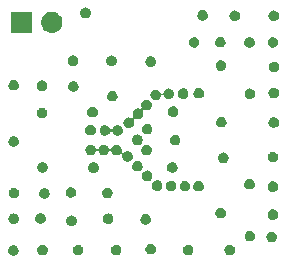
<source format=gbs>
G04 #@! TF.GenerationSoftware,KiCad,Pcbnew,(5.0.1)-4*
G04 #@! TF.CreationDate,2019-05-31T15:51:02-07:00*
G04 #@! TF.ProjectId,Fanout_circuit,46616E6F75745F636972637569742E6B,rev?*
G04 #@! TF.SameCoordinates,Original*
G04 #@! TF.FileFunction,Soldermask,Bot*
G04 #@! TF.FilePolarity,Negative*
%FSLAX46Y46*%
G04 Gerber Fmt 4.6, Leading zero omitted, Abs format (unit mm)*
G04 Created by KiCad (PCBNEW (5.0.1)-4) date 5/31/2019 3:51:02 PM*
%MOMM*%
%LPD*%
G01*
G04 APERTURE LIST*
%ADD10C,0.200000*%
G04 APERTURE END LIST*
D10*
G36*
X116681552Y-92916331D02*
X116763625Y-92950327D01*
X116763626Y-92950328D01*
X116763629Y-92950329D01*
X116837496Y-92999686D01*
X116837500Y-92999689D01*
X116900311Y-93062500D01*
X116900313Y-93062503D01*
X116900314Y-93062504D01*
X116949671Y-93136371D01*
X116949672Y-93136374D01*
X116949673Y-93136375D01*
X116983669Y-93218448D01*
X117001000Y-93305579D01*
X117001000Y-93394421D01*
X116983669Y-93481552D01*
X116949673Y-93563625D01*
X116949671Y-93563629D01*
X116917016Y-93612500D01*
X116900311Y-93637500D01*
X116837500Y-93700311D01*
X116837497Y-93700313D01*
X116837496Y-93700314D01*
X116763629Y-93749671D01*
X116763626Y-93749672D01*
X116763625Y-93749673D01*
X116681552Y-93783669D01*
X116594421Y-93801000D01*
X116505579Y-93801000D01*
X116418448Y-93783669D01*
X116336375Y-93749673D01*
X116336374Y-93749672D01*
X116336371Y-93749671D01*
X116262504Y-93700314D01*
X116262503Y-93700313D01*
X116262500Y-93700311D01*
X116199689Y-93637500D01*
X116182984Y-93612500D01*
X116150329Y-93563629D01*
X116150327Y-93563625D01*
X116116331Y-93481552D01*
X116099000Y-93394421D01*
X116099000Y-93305579D01*
X116116331Y-93218448D01*
X116150327Y-93136375D01*
X116150328Y-93136374D01*
X116150329Y-93136371D01*
X116199686Y-93062504D01*
X116199687Y-93062503D01*
X116199689Y-93062500D01*
X116262500Y-92999689D01*
X116262504Y-92999686D01*
X116336371Y-92950329D01*
X116336374Y-92950328D01*
X116336375Y-92950327D01*
X116418448Y-92916331D01*
X116505579Y-92899000D01*
X116594421Y-92899000D01*
X116681552Y-92916331D01*
X116681552Y-92916331D01*
G37*
G36*
X135006552Y-92891331D02*
X135088625Y-92925327D01*
X135088626Y-92925328D01*
X135088629Y-92925329D01*
X135162496Y-92974686D01*
X135162500Y-92974689D01*
X135225311Y-93037500D01*
X135225313Y-93037503D01*
X135225314Y-93037504D01*
X135274671Y-93111371D01*
X135274672Y-93111374D01*
X135274673Y-93111375D01*
X135308669Y-93193448D01*
X135326000Y-93280579D01*
X135326000Y-93369421D01*
X135308669Y-93456552D01*
X135275139Y-93537500D01*
X135274671Y-93538629D01*
X135225314Y-93612496D01*
X135225311Y-93612500D01*
X135162500Y-93675311D01*
X135162497Y-93675313D01*
X135162496Y-93675314D01*
X135088629Y-93724671D01*
X135088626Y-93724672D01*
X135088625Y-93724673D01*
X135006552Y-93758669D01*
X134919421Y-93776000D01*
X134830579Y-93776000D01*
X134743448Y-93758669D01*
X134661375Y-93724673D01*
X134661374Y-93724672D01*
X134661371Y-93724671D01*
X134587504Y-93675314D01*
X134587503Y-93675313D01*
X134587500Y-93675311D01*
X134524689Y-93612500D01*
X134524686Y-93612496D01*
X134475329Y-93538629D01*
X134474861Y-93537500D01*
X134441331Y-93456552D01*
X134424000Y-93369421D01*
X134424000Y-93280579D01*
X134441331Y-93193448D01*
X134475327Y-93111375D01*
X134475328Y-93111374D01*
X134475329Y-93111371D01*
X134524686Y-93037504D01*
X134524687Y-93037503D01*
X134524689Y-93037500D01*
X134587500Y-92974689D01*
X134587504Y-92974686D01*
X134661371Y-92925329D01*
X134661374Y-92925328D01*
X134661375Y-92925327D01*
X134743448Y-92891331D01*
X134830579Y-92874000D01*
X134919421Y-92874000D01*
X135006552Y-92891331D01*
X135006552Y-92891331D01*
G37*
G36*
X131481552Y-92891331D02*
X131563625Y-92925327D01*
X131563626Y-92925328D01*
X131563629Y-92925329D01*
X131637496Y-92974686D01*
X131637500Y-92974689D01*
X131700311Y-93037500D01*
X131700313Y-93037503D01*
X131700314Y-93037504D01*
X131749671Y-93111371D01*
X131749672Y-93111374D01*
X131749673Y-93111375D01*
X131783669Y-93193448D01*
X131801000Y-93280579D01*
X131801000Y-93369421D01*
X131783669Y-93456552D01*
X131750139Y-93537500D01*
X131749671Y-93538629D01*
X131700314Y-93612496D01*
X131700311Y-93612500D01*
X131637500Y-93675311D01*
X131637497Y-93675313D01*
X131637496Y-93675314D01*
X131563629Y-93724671D01*
X131563626Y-93724672D01*
X131563625Y-93724673D01*
X131481552Y-93758669D01*
X131394421Y-93776000D01*
X131305579Y-93776000D01*
X131218448Y-93758669D01*
X131136375Y-93724673D01*
X131136374Y-93724672D01*
X131136371Y-93724671D01*
X131062504Y-93675314D01*
X131062503Y-93675313D01*
X131062500Y-93675311D01*
X130999689Y-93612500D01*
X130999686Y-93612496D01*
X130950329Y-93538629D01*
X130949861Y-93537500D01*
X130916331Y-93456552D01*
X130899000Y-93369421D01*
X130899000Y-93280579D01*
X130916331Y-93193448D01*
X130950327Y-93111375D01*
X130950328Y-93111374D01*
X130950329Y-93111371D01*
X130999686Y-93037504D01*
X130999687Y-93037503D01*
X130999689Y-93037500D01*
X131062500Y-92974689D01*
X131062504Y-92974686D01*
X131136371Y-92925329D01*
X131136374Y-92925328D01*
X131136375Y-92925327D01*
X131218448Y-92891331D01*
X131305579Y-92874000D01*
X131394421Y-92874000D01*
X131481552Y-92891331D01*
X131481552Y-92891331D01*
G37*
G36*
X125381552Y-92891331D02*
X125463625Y-92925327D01*
X125463626Y-92925328D01*
X125463629Y-92925329D01*
X125537496Y-92974686D01*
X125537500Y-92974689D01*
X125600311Y-93037500D01*
X125600313Y-93037503D01*
X125600314Y-93037504D01*
X125649671Y-93111371D01*
X125649672Y-93111374D01*
X125649673Y-93111375D01*
X125683669Y-93193448D01*
X125701000Y-93280579D01*
X125701000Y-93369421D01*
X125683669Y-93456552D01*
X125650139Y-93537500D01*
X125649671Y-93538629D01*
X125600314Y-93612496D01*
X125600311Y-93612500D01*
X125537500Y-93675311D01*
X125537497Y-93675313D01*
X125537496Y-93675314D01*
X125463629Y-93724671D01*
X125463626Y-93724672D01*
X125463625Y-93724673D01*
X125381552Y-93758669D01*
X125294421Y-93776000D01*
X125205579Y-93776000D01*
X125118448Y-93758669D01*
X125036375Y-93724673D01*
X125036374Y-93724672D01*
X125036371Y-93724671D01*
X124962504Y-93675314D01*
X124962503Y-93675313D01*
X124962500Y-93675311D01*
X124899689Y-93612500D01*
X124899686Y-93612496D01*
X124850329Y-93538629D01*
X124849861Y-93537500D01*
X124816331Y-93456552D01*
X124799000Y-93369421D01*
X124799000Y-93280579D01*
X124816331Y-93193448D01*
X124850327Y-93111375D01*
X124850328Y-93111374D01*
X124850329Y-93111371D01*
X124899686Y-93037504D01*
X124899687Y-93037503D01*
X124899689Y-93037500D01*
X124962500Y-92974689D01*
X124962504Y-92974686D01*
X125036371Y-92925329D01*
X125036374Y-92925328D01*
X125036375Y-92925327D01*
X125118448Y-92891331D01*
X125205579Y-92874000D01*
X125294421Y-92874000D01*
X125381552Y-92891331D01*
X125381552Y-92891331D01*
G37*
G36*
X119156552Y-92891331D02*
X119238625Y-92925327D01*
X119238626Y-92925328D01*
X119238629Y-92925329D01*
X119312496Y-92974686D01*
X119312500Y-92974689D01*
X119375311Y-93037500D01*
X119375313Y-93037503D01*
X119375314Y-93037504D01*
X119424671Y-93111371D01*
X119424672Y-93111374D01*
X119424673Y-93111375D01*
X119458669Y-93193448D01*
X119476000Y-93280579D01*
X119476000Y-93369421D01*
X119458669Y-93456552D01*
X119425139Y-93537500D01*
X119424671Y-93538629D01*
X119375314Y-93612496D01*
X119375311Y-93612500D01*
X119312500Y-93675311D01*
X119312497Y-93675313D01*
X119312496Y-93675314D01*
X119238629Y-93724671D01*
X119238626Y-93724672D01*
X119238625Y-93724673D01*
X119156552Y-93758669D01*
X119069421Y-93776000D01*
X118980579Y-93776000D01*
X118893448Y-93758669D01*
X118811375Y-93724673D01*
X118811374Y-93724672D01*
X118811371Y-93724671D01*
X118737504Y-93675314D01*
X118737503Y-93675313D01*
X118737500Y-93675311D01*
X118674689Y-93612500D01*
X118674686Y-93612496D01*
X118625329Y-93538629D01*
X118624861Y-93537500D01*
X118591331Y-93456552D01*
X118574000Y-93369421D01*
X118574000Y-93280579D01*
X118591331Y-93193448D01*
X118625327Y-93111375D01*
X118625328Y-93111374D01*
X118625329Y-93111371D01*
X118674686Y-93037504D01*
X118674687Y-93037503D01*
X118674689Y-93037500D01*
X118737500Y-92974689D01*
X118737504Y-92974686D01*
X118811371Y-92925329D01*
X118811374Y-92925328D01*
X118811375Y-92925327D01*
X118893448Y-92891331D01*
X118980579Y-92874000D01*
X119069421Y-92874000D01*
X119156552Y-92891331D01*
X119156552Y-92891331D01*
G37*
G36*
X122156552Y-92891331D02*
X122238625Y-92925327D01*
X122238626Y-92925328D01*
X122238629Y-92925329D01*
X122312496Y-92974686D01*
X122312500Y-92974689D01*
X122375311Y-93037500D01*
X122375313Y-93037503D01*
X122375314Y-93037504D01*
X122424671Y-93111371D01*
X122424672Y-93111374D01*
X122424673Y-93111375D01*
X122458669Y-93193448D01*
X122476000Y-93280579D01*
X122476000Y-93369421D01*
X122458669Y-93456552D01*
X122425139Y-93537500D01*
X122424671Y-93538629D01*
X122375314Y-93612496D01*
X122375311Y-93612500D01*
X122312500Y-93675311D01*
X122312497Y-93675313D01*
X122312496Y-93675314D01*
X122238629Y-93724671D01*
X122238626Y-93724672D01*
X122238625Y-93724673D01*
X122156552Y-93758669D01*
X122069421Y-93776000D01*
X121980579Y-93776000D01*
X121893448Y-93758669D01*
X121811375Y-93724673D01*
X121811374Y-93724672D01*
X121811371Y-93724671D01*
X121737504Y-93675314D01*
X121737503Y-93675313D01*
X121737500Y-93675311D01*
X121674689Y-93612500D01*
X121674686Y-93612496D01*
X121625329Y-93538629D01*
X121624861Y-93537500D01*
X121591331Y-93456552D01*
X121574000Y-93369421D01*
X121574000Y-93280579D01*
X121591331Y-93193448D01*
X121625327Y-93111375D01*
X121625328Y-93111374D01*
X121625329Y-93111371D01*
X121674686Y-93037504D01*
X121674687Y-93037503D01*
X121674689Y-93037500D01*
X121737500Y-92974689D01*
X121737504Y-92974686D01*
X121811371Y-92925329D01*
X121811374Y-92925328D01*
X121811375Y-92925327D01*
X121893448Y-92891331D01*
X121980579Y-92874000D01*
X122069421Y-92874000D01*
X122156552Y-92891331D01*
X122156552Y-92891331D01*
G37*
G36*
X128306552Y-92816331D02*
X128388625Y-92850327D01*
X128388626Y-92850328D01*
X128388629Y-92850329D01*
X128461469Y-92899000D01*
X128462500Y-92899689D01*
X128525311Y-92962500D01*
X128525313Y-92962503D01*
X128525314Y-92962504D01*
X128574671Y-93036371D01*
X128574672Y-93036374D01*
X128574673Y-93036375D01*
X128608669Y-93118448D01*
X128626000Y-93205579D01*
X128626000Y-93294421D01*
X128608669Y-93381552D01*
X128574673Y-93463625D01*
X128574671Y-93463629D01*
X128525314Y-93537496D01*
X128525311Y-93537500D01*
X128462500Y-93600311D01*
X128462497Y-93600313D01*
X128462496Y-93600314D01*
X128388629Y-93649671D01*
X128388626Y-93649672D01*
X128388625Y-93649673D01*
X128306552Y-93683669D01*
X128219421Y-93701000D01*
X128130579Y-93701000D01*
X128043448Y-93683669D01*
X127961375Y-93649673D01*
X127961374Y-93649672D01*
X127961371Y-93649671D01*
X127887504Y-93600314D01*
X127887503Y-93600313D01*
X127887500Y-93600311D01*
X127824689Y-93537500D01*
X127824686Y-93537496D01*
X127775329Y-93463629D01*
X127775327Y-93463625D01*
X127741331Y-93381552D01*
X127724000Y-93294421D01*
X127724000Y-93205579D01*
X127741331Y-93118448D01*
X127775327Y-93036375D01*
X127775328Y-93036374D01*
X127775329Y-93036371D01*
X127824686Y-92962504D01*
X127824687Y-92962503D01*
X127824689Y-92962500D01*
X127887500Y-92899689D01*
X127888531Y-92899000D01*
X127961371Y-92850329D01*
X127961374Y-92850328D01*
X127961375Y-92850327D01*
X128043448Y-92816331D01*
X128130579Y-92799000D01*
X128219421Y-92799000D01*
X128306552Y-92816331D01*
X128306552Y-92816331D01*
G37*
G36*
X138556552Y-91791331D02*
X138638625Y-91825327D01*
X138638626Y-91825328D01*
X138638629Y-91825329D01*
X138712496Y-91874686D01*
X138712500Y-91874689D01*
X138775311Y-91937500D01*
X138775313Y-91937503D01*
X138775314Y-91937504D01*
X138824671Y-92011371D01*
X138824672Y-92011374D01*
X138824673Y-92011375D01*
X138858669Y-92093448D01*
X138876000Y-92180579D01*
X138876000Y-92269421D01*
X138858669Y-92356552D01*
X138825139Y-92437500D01*
X138824671Y-92438629D01*
X138775314Y-92512496D01*
X138775311Y-92512500D01*
X138712500Y-92575311D01*
X138712497Y-92575313D01*
X138712496Y-92575314D01*
X138638629Y-92624671D01*
X138638626Y-92624672D01*
X138638625Y-92624673D01*
X138556552Y-92658669D01*
X138469421Y-92676000D01*
X138380579Y-92676000D01*
X138293448Y-92658669D01*
X138211375Y-92624673D01*
X138211374Y-92624672D01*
X138211371Y-92624671D01*
X138137504Y-92575314D01*
X138137503Y-92575313D01*
X138137500Y-92575311D01*
X138074689Y-92512500D01*
X138074686Y-92512496D01*
X138025329Y-92438629D01*
X138024861Y-92437500D01*
X137991331Y-92356552D01*
X137974000Y-92269421D01*
X137974000Y-92180579D01*
X137991331Y-92093448D01*
X138025327Y-92011375D01*
X138025328Y-92011374D01*
X138025329Y-92011371D01*
X138074686Y-91937504D01*
X138074687Y-91937503D01*
X138074689Y-91937500D01*
X138137500Y-91874689D01*
X138137504Y-91874686D01*
X138211371Y-91825329D01*
X138211374Y-91825328D01*
X138211375Y-91825327D01*
X138293448Y-91791331D01*
X138380579Y-91774000D01*
X138469421Y-91774000D01*
X138556552Y-91791331D01*
X138556552Y-91791331D01*
G37*
G36*
X136706552Y-91716331D02*
X136788625Y-91750327D01*
X136788626Y-91750328D01*
X136788629Y-91750329D01*
X136862496Y-91799686D01*
X136862500Y-91799689D01*
X136925311Y-91862500D01*
X136925313Y-91862503D01*
X136925314Y-91862504D01*
X136974671Y-91936371D01*
X136974672Y-91936374D01*
X136974673Y-91936375D01*
X137008669Y-92018448D01*
X137026000Y-92105579D01*
X137026000Y-92194421D01*
X137008669Y-92281552D01*
X136974673Y-92363625D01*
X136974671Y-92363629D01*
X136925314Y-92437496D01*
X136925311Y-92437500D01*
X136862500Y-92500311D01*
X136862497Y-92500313D01*
X136862496Y-92500314D01*
X136788629Y-92549671D01*
X136788626Y-92549672D01*
X136788625Y-92549673D01*
X136706552Y-92583669D01*
X136619421Y-92601000D01*
X136530579Y-92601000D01*
X136443448Y-92583669D01*
X136361375Y-92549673D01*
X136361374Y-92549672D01*
X136361371Y-92549671D01*
X136287504Y-92500314D01*
X136287503Y-92500313D01*
X136287500Y-92500311D01*
X136224689Y-92437500D01*
X136224686Y-92437496D01*
X136175329Y-92363629D01*
X136175327Y-92363625D01*
X136141331Y-92281552D01*
X136124000Y-92194421D01*
X136124000Y-92105579D01*
X136141331Y-92018448D01*
X136175327Y-91936375D01*
X136175328Y-91936374D01*
X136175329Y-91936371D01*
X136224686Y-91862504D01*
X136224687Y-91862503D01*
X136224689Y-91862500D01*
X136287500Y-91799689D01*
X136287504Y-91799686D01*
X136361371Y-91750329D01*
X136361374Y-91750328D01*
X136361375Y-91750327D01*
X136443448Y-91716331D01*
X136530579Y-91699000D01*
X136619421Y-91699000D01*
X136706552Y-91716331D01*
X136706552Y-91716331D01*
G37*
G36*
X121606552Y-90416331D02*
X121688625Y-90450327D01*
X121688626Y-90450328D01*
X121688629Y-90450329D01*
X121762496Y-90499686D01*
X121762500Y-90499689D01*
X121825311Y-90562500D01*
X121825313Y-90562503D01*
X121825314Y-90562504D01*
X121874671Y-90636371D01*
X121874672Y-90636374D01*
X121874673Y-90636375D01*
X121908669Y-90718448D01*
X121926000Y-90805579D01*
X121926000Y-90894421D01*
X121908669Y-90981552D01*
X121880453Y-91049671D01*
X121874671Y-91063629D01*
X121833882Y-91124673D01*
X121825311Y-91137500D01*
X121762500Y-91200311D01*
X121762497Y-91200313D01*
X121762496Y-91200314D01*
X121688629Y-91249671D01*
X121688626Y-91249672D01*
X121688625Y-91249673D01*
X121606552Y-91283669D01*
X121519421Y-91301000D01*
X121430579Y-91301000D01*
X121343448Y-91283669D01*
X121261375Y-91249673D01*
X121261374Y-91249672D01*
X121261371Y-91249671D01*
X121187504Y-91200314D01*
X121187503Y-91200313D01*
X121187500Y-91200311D01*
X121124689Y-91137500D01*
X121116118Y-91124673D01*
X121075329Y-91063629D01*
X121069547Y-91049671D01*
X121041331Y-90981552D01*
X121024000Y-90894421D01*
X121024000Y-90805579D01*
X121041331Y-90718448D01*
X121075327Y-90636375D01*
X121075328Y-90636374D01*
X121075329Y-90636371D01*
X121124686Y-90562504D01*
X121124687Y-90562503D01*
X121124689Y-90562500D01*
X121187500Y-90499689D01*
X121187504Y-90499686D01*
X121261371Y-90450329D01*
X121261374Y-90450328D01*
X121261375Y-90450327D01*
X121343448Y-90416331D01*
X121430579Y-90399000D01*
X121519421Y-90399000D01*
X121606552Y-90416331D01*
X121606552Y-90416331D01*
G37*
G36*
X127881552Y-90291331D02*
X127963625Y-90325327D01*
X127963626Y-90325328D01*
X127963629Y-90325329D01*
X128029616Y-90369421D01*
X128037500Y-90374689D01*
X128100311Y-90437500D01*
X128100313Y-90437503D01*
X128100314Y-90437504D01*
X128149671Y-90511371D01*
X128149672Y-90511374D01*
X128149673Y-90511375D01*
X128183669Y-90593448D01*
X128201000Y-90680579D01*
X128201000Y-90769421D01*
X128183669Y-90856552D01*
X128150139Y-90937500D01*
X128149671Y-90938629D01*
X128100314Y-91012496D01*
X128100311Y-91012500D01*
X128037500Y-91075311D01*
X128037497Y-91075313D01*
X128037496Y-91075314D01*
X127963629Y-91124671D01*
X127963626Y-91124672D01*
X127963625Y-91124673D01*
X127881552Y-91158669D01*
X127794421Y-91176000D01*
X127705579Y-91176000D01*
X127618448Y-91158669D01*
X127536375Y-91124673D01*
X127536374Y-91124672D01*
X127536371Y-91124671D01*
X127462504Y-91075314D01*
X127462503Y-91075313D01*
X127462500Y-91075311D01*
X127399689Y-91012500D01*
X127399686Y-91012496D01*
X127350329Y-90938629D01*
X127349861Y-90937500D01*
X127316331Y-90856552D01*
X127299000Y-90769421D01*
X127299000Y-90680579D01*
X127316331Y-90593448D01*
X127350327Y-90511375D01*
X127350328Y-90511374D01*
X127350329Y-90511371D01*
X127399686Y-90437504D01*
X127399687Y-90437503D01*
X127399689Y-90437500D01*
X127462500Y-90374689D01*
X127470384Y-90369421D01*
X127536371Y-90325329D01*
X127536374Y-90325328D01*
X127536375Y-90325327D01*
X127618448Y-90291331D01*
X127705579Y-90274000D01*
X127794421Y-90274000D01*
X127881552Y-90291331D01*
X127881552Y-90291331D01*
G37*
G36*
X116706552Y-90241331D02*
X116788625Y-90275327D01*
X116788626Y-90275328D01*
X116788629Y-90275329D01*
X116862496Y-90324686D01*
X116862500Y-90324689D01*
X116925311Y-90387500D01*
X116925313Y-90387503D01*
X116925314Y-90387504D01*
X116974671Y-90461371D01*
X116974672Y-90461374D01*
X116974673Y-90461375D01*
X117008669Y-90543448D01*
X117026000Y-90630579D01*
X117026000Y-90719421D01*
X117008669Y-90806552D01*
X116974673Y-90888625D01*
X116974671Y-90888629D01*
X116925314Y-90962496D01*
X116925311Y-90962500D01*
X116862500Y-91025311D01*
X116862497Y-91025313D01*
X116862496Y-91025314D01*
X116788629Y-91074671D01*
X116788626Y-91074672D01*
X116788625Y-91074673D01*
X116706552Y-91108669D01*
X116619421Y-91126000D01*
X116530579Y-91126000D01*
X116443448Y-91108669D01*
X116361375Y-91074673D01*
X116361374Y-91074672D01*
X116361371Y-91074671D01*
X116287504Y-91025314D01*
X116287503Y-91025313D01*
X116287500Y-91025311D01*
X116224689Y-90962500D01*
X116224686Y-90962496D01*
X116175329Y-90888629D01*
X116175327Y-90888625D01*
X116141331Y-90806552D01*
X116124000Y-90719421D01*
X116124000Y-90630579D01*
X116141331Y-90543448D01*
X116175327Y-90461375D01*
X116175328Y-90461374D01*
X116175329Y-90461371D01*
X116224686Y-90387504D01*
X116224687Y-90387503D01*
X116224689Y-90387500D01*
X116287500Y-90324689D01*
X116287504Y-90324686D01*
X116361371Y-90275329D01*
X116361374Y-90275328D01*
X116361375Y-90275327D01*
X116443448Y-90241331D01*
X116530579Y-90224000D01*
X116619421Y-90224000D01*
X116706552Y-90241331D01*
X116706552Y-90241331D01*
G37*
G36*
X124706552Y-90241331D02*
X124788625Y-90275327D01*
X124788626Y-90275328D01*
X124788629Y-90275329D01*
X124862496Y-90324686D01*
X124862500Y-90324689D01*
X124925311Y-90387500D01*
X124925313Y-90387503D01*
X124925314Y-90387504D01*
X124974671Y-90461371D01*
X124974672Y-90461374D01*
X124974673Y-90461375D01*
X125008669Y-90543448D01*
X125026000Y-90630579D01*
X125026000Y-90719421D01*
X125008669Y-90806552D01*
X124974673Y-90888625D01*
X124974671Y-90888629D01*
X124925314Y-90962496D01*
X124925311Y-90962500D01*
X124862500Y-91025311D01*
X124862497Y-91025313D01*
X124862496Y-91025314D01*
X124788629Y-91074671D01*
X124788626Y-91074672D01*
X124788625Y-91074673D01*
X124706552Y-91108669D01*
X124619421Y-91126000D01*
X124530579Y-91126000D01*
X124443448Y-91108669D01*
X124361375Y-91074673D01*
X124361374Y-91074672D01*
X124361371Y-91074671D01*
X124287504Y-91025314D01*
X124287503Y-91025313D01*
X124287500Y-91025311D01*
X124224689Y-90962500D01*
X124224686Y-90962496D01*
X124175329Y-90888629D01*
X124175327Y-90888625D01*
X124141331Y-90806552D01*
X124124000Y-90719421D01*
X124124000Y-90630579D01*
X124141331Y-90543448D01*
X124175327Y-90461375D01*
X124175328Y-90461374D01*
X124175329Y-90461371D01*
X124224686Y-90387504D01*
X124224687Y-90387503D01*
X124224689Y-90387500D01*
X124287500Y-90324689D01*
X124287504Y-90324686D01*
X124361371Y-90275329D01*
X124361374Y-90275328D01*
X124361375Y-90275327D01*
X124443448Y-90241331D01*
X124530579Y-90224000D01*
X124619421Y-90224000D01*
X124706552Y-90241331D01*
X124706552Y-90241331D01*
G37*
G36*
X118981552Y-90216331D02*
X119063625Y-90250327D01*
X119063626Y-90250328D01*
X119063629Y-90250329D01*
X119137496Y-90299686D01*
X119137500Y-90299689D01*
X119200311Y-90362500D01*
X119200313Y-90362503D01*
X119200314Y-90362504D01*
X119249671Y-90436371D01*
X119249672Y-90436374D01*
X119249673Y-90436375D01*
X119283669Y-90518448D01*
X119301000Y-90605579D01*
X119301000Y-90694421D01*
X119283669Y-90781552D01*
X119249673Y-90863625D01*
X119249671Y-90863629D01*
X119229096Y-90894421D01*
X119200311Y-90937500D01*
X119137500Y-91000311D01*
X119137497Y-91000313D01*
X119137496Y-91000314D01*
X119063629Y-91049671D01*
X119063626Y-91049672D01*
X119063625Y-91049673D01*
X118981552Y-91083669D01*
X118894421Y-91101000D01*
X118805579Y-91101000D01*
X118718448Y-91083669D01*
X118636375Y-91049673D01*
X118636374Y-91049672D01*
X118636371Y-91049671D01*
X118562504Y-91000314D01*
X118562503Y-91000313D01*
X118562500Y-91000311D01*
X118499689Y-90937500D01*
X118470904Y-90894421D01*
X118450329Y-90863629D01*
X118450327Y-90863625D01*
X118416331Y-90781552D01*
X118399000Y-90694421D01*
X118399000Y-90605579D01*
X118416331Y-90518448D01*
X118450327Y-90436375D01*
X118450328Y-90436374D01*
X118450329Y-90436371D01*
X118499686Y-90362504D01*
X118499687Y-90362503D01*
X118499689Y-90362500D01*
X118562500Y-90299689D01*
X118562504Y-90299686D01*
X118636371Y-90250329D01*
X118636374Y-90250328D01*
X118636375Y-90250327D01*
X118718448Y-90216331D01*
X118805579Y-90199000D01*
X118894421Y-90199000D01*
X118981552Y-90216331D01*
X118981552Y-90216331D01*
G37*
G36*
X138656552Y-89891331D02*
X138738625Y-89925327D01*
X138738626Y-89925328D01*
X138738629Y-89925329D01*
X138812496Y-89974686D01*
X138812500Y-89974689D01*
X138875311Y-90037500D01*
X138875313Y-90037503D01*
X138875314Y-90037504D01*
X138924671Y-90111371D01*
X138924672Y-90111374D01*
X138924673Y-90111375D01*
X138958669Y-90193448D01*
X138976000Y-90280579D01*
X138976000Y-90369421D01*
X138958669Y-90456552D01*
X138924673Y-90538625D01*
X138924671Y-90538629D01*
X138879935Y-90605580D01*
X138875311Y-90612500D01*
X138812500Y-90675311D01*
X138812497Y-90675313D01*
X138812496Y-90675314D01*
X138738629Y-90724671D01*
X138738626Y-90724672D01*
X138738625Y-90724673D01*
X138656552Y-90758669D01*
X138569421Y-90776000D01*
X138480579Y-90776000D01*
X138393448Y-90758669D01*
X138311375Y-90724673D01*
X138311374Y-90724672D01*
X138311371Y-90724671D01*
X138237504Y-90675314D01*
X138237503Y-90675313D01*
X138237500Y-90675311D01*
X138174689Y-90612500D01*
X138170065Y-90605580D01*
X138125329Y-90538629D01*
X138125327Y-90538625D01*
X138091331Y-90456552D01*
X138074000Y-90369421D01*
X138074000Y-90280579D01*
X138091331Y-90193448D01*
X138125327Y-90111375D01*
X138125328Y-90111374D01*
X138125329Y-90111371D01*
X138174686Y-90037504D01*
X138174687Y-90037503D01*
X138174689Y-90037500D01*
X138237500Y-89974689D01*
X138237504Y-89974686D01*
X138311371Y-89925329D01*
X138311374Y-89925328D01*
X138311375Y-89925327D01*
X138393448Y-89891331D01*
X138480579Y-89874000D01*
X138569421Y-89874000D01*
X138656552Y-89891331D01*
X138656552Y-89891331D01*
G37*
G36*
X134231552Y-89766331D02*
X134313625Y-89800327D01*
X134313626Y-89800328D01*
X134313629Y-89800329D01*
X134387496Y-89849686D01*
X134387500Y-89849689D01*
X134450311Y-89912500D01*
X134450313Y-89912503D01*
X134450314Y-89912504D01*
X134499671Y-89986371D01*
X134499672Y-89986374D01*
X134499673Y-89986375D01*
X134533669Y-90068448D01*
X134551000Y-90155579D01*
X134551000Y-90244421D01*
X134533669Y-90331552D01*
X134499673Y-90413625D01*
X134499671Y-90413629D01*
X134450314Y-90487496D01*
X134450311Y-90487500D01*
X134387500Y-90550311D01*
X134387497Y-90550313D01*
X134387496Y-90550314D01*
X134313629Y-90599671D01*
X134313626Y-90599672D01*
X134313625Y-90599673D01*
X134231552Y-90633669D01*
X134144421Y-90651000D01*
X134055579Y-90651000D01*
X133968448Y-90633669D01*
X133886375Y-90599673D01*
X133886374Y-90599672D01*
X133886371Y-90599671D01*
X133812504Y-90550314D01*
X133812503Y-90550313D01*
X133812500Y-90550311D01*
X133749689Y-90487500D01*
X133749686Y-90487496D01*
X133700329Y-90413629D01*
X133700327Y-90413625D01*
X133666331Y-90331552D01*
X133649000Y-90244421D01*
X133649000Y-90155579D01*
X133666331Y-90068448D01*
X133700327Y-89986375D01*
X133700328Y-89986374D01*
X133700329Y-89986371D01*
X133749686Y-89912504D01*
X133749687Y-89912503D01*
X133749689Y-89912500D01*
X133812500Y-89849689D01*
X133812504Y-89849686D01*
X133886371Y-89800329D01*
X133886374Y-89800328D01*
X133886375Y-89800327D01*
X133968448Y-89766331D01*
X134055579Y-89749000D01*
X134144421Y-89749000D01*
X134231552Y-89766331D01*
X134231552Y-89766331D01*
G37*
G36*
X119306552Y-88091331D02*
X119388625Y-88125327D01*
X119388626Y-88125328D01*
X119388629Y-88125329D01*
X119445942Y-88163625D01*
X119462500Y-88174689D01*
X119525311Y-88237500D01*
X119525313Y-88237503D01*
X119525314Y-88237504D01*
X119574671Y-88311371D01*
X119574672Y-88311374D01*
X119574673Y-88311375D01*
X119608669Y-88393448D01*
X119626000Y-88480579D01*
X119626000Y-88569421D01*
X119608669Y-88656552D01*
X119575139Y-88737500D01*
X119574671Y-88738629D01*
X119525314Y-88812496D01*
X119525311Y-88812500D01*
X119462500Y-88875311D01*
X119462497Y-88875313D01*
X119462496Y-88875314D01*
X119388629Y-88924671D01*
X119388626Y-88924672D01*
X119388625Y-88924673D01*
X119306552Y-88958669D01*
X119219421Y-88976000D01*
X119130579Y-88976000D01*
X119043448Y-88958669D01*
X118961375Y-88924673D01*
X118961374Y-88924672D01*
X118961371Y-88924671D01*
X118887504Y-88875314D01*
X118887503Y-88875313D01*
X118887500Y-88875311D01*
X118824689Y-88812500D01*
X118824686Y-88812496D01*
X118775329Y-88738629D01*
X118774861Y-88737500D01*
X118741331Y-88656552D01*
X118724000Y-88569421D01*
X118724000Y-88480579D01*
X118741331Y-88393448D01*
X118775327Y-88311375D01*
X118775328Y-88311374D01*
X118775329Y-88311371D01*
X118824686Y-88237504D01*
X118824687Y-88237503D01*
X118824689Y-88237500D01*
X118887500Y-88174689D01*
X118904058Y-88163625D01*
X118961371Y-88125329D01*
X118961374Y-88125328D01*
X118961375Y-88125327D01*
X119043448Y-88091331D01*
X119130579Y-88074000D01*
X119219421Y-88074000D01*
X119306552Y-88091331D01*
X119306552Y-88091331D01*
G37*
G36*
X116731552Y-88066331D02*
X116813625Y-88100327D01*
X116813626Y-88100328D01*
X116813629Y-88100329D01*
X116887496Y-88149686D01*
X116887500Y-88149689D01*
X116950311Y-88212500D01*
X116950313Y-88212503D01*
X116950314Y-88212504D01*
X116999671Y-88286371D01*
X116999672Y-88286374D01*
X116999673Y-88286375D01*
X117033669Y-88368448D01*
X117051000Y-88455579D01*
X117051000Y-88544421D01*
X117033669Y-88631552D01*
X116999673Y-88713625D01*
X116999671Y-88713629D01*
X116982966Y-88738629D01*
X116950311Y-88787500D01*
X116887500Y-88850311D01*
X116887497Y-88850313D01*
X116887496Y-88850314D01*
X116813629Y-88899671D01*
X116813626Y-88899672D01*
X116813625Y-88899673D01*
X116731552Y-88933669D01*
X116644421Y-88951000D01*
X116555579Y-88951000D01*
X116468448Y-88933669D01*
X116386375Y-88899673D01*
X116386374Y-88899672D01*
X116386371Y-88899671D01*
X116312504Y-88850314D01*
X116312503Y-88850313D01*
X116312500Y-88850311D01*
X116249689Y-88787500D01*
X116217034Y-88738629D01*
X116200329Y-88713629D01*
X116200327Y-88713625D01*
X116166331Y-88631552D01*
X116149000Y-88544421D01*
X116149000Y-88455579D01*
X116166331Y-88368448D01*
X116200327Y-88286375D01*
X116200328Y-88286374D01*
X116200329Y-88286371D01*
X116249686Y-88212504D01*
X116249687Y-88212503D01*
X116249689Y-88212500D01*
X116312500Y-88149689D01*
X116312504Y-88149686D01*
X116386371Y-88100329D01*
X116386374Y-88100328D01*
X116386375Y-88100327D01*
X116468448Y-88066331D01*
X116555579Y-88049000D01*
X116644421Y-88049000D01*
X116731552Y-88066331D01*
X116731552Y-88066331D01*
G37*
G36*
X124631552Y-88066331D02*
X124713625Y-88100327D01*
X124713626Y-88100328D01*
X124713629Y-88100329D01*
X124787496Y-88149686D01*
X124787500Y-88149689D01*
X124850311Y-88212500D01*
X124850313Y-88212503D01*
X124850314Y-88212504D01*
X124899671Y-88286371D01*
X124899672Y-88286374D01*
X124899673Y-88286375D01*
X124933669Y-88368448D01*
X124951000Y-88455579D01*
X124951000Y-88544421D01*
X124933669Y-88631552D01*
X124899673Y-88713625D01*
X124899671Y-88713629D01*
X124882966Y-88738629D01*
X124850311Y-88787500D01*
X124787500Y-88850311D01*
X124787497Y-88850313D01*
X124787496Y-88850314D01*
X124713629Y-88899671D01*
X124713626Y-88899672D01*
X124713625Y-88899673D01*
X124631552Y-88933669D01*
X124544421Y-88951000D01*
X124455579Y-88951000D01*
X124368448Y-88933669D01*
X124286375Y-88899673D01*
X124286374Y-88899672D01*
X124286371Y-88899671D01*
X124212504Y-88850314D01*
X124212503Y-88850313D01*
X124212500Y-88850311D01*
X124149689Y-88787500D01*
X124117034Y-88738629D01*
X124100329Y-88713629D01*
X124100327Y-88713625D01*
X124066331Y-88631552D01*
X124049000Y-88544421D01*
X124049000Y-88455579D01*
X124066331Y-88368448D01*
X124100327Y-88286375D01*
X124100328Y-88286374D01*
X124100329Y-88286371D01*
X124149686Y-88212504D01*
X124149687Y-88212503D01*
X124149689Y-88212500D01*
X124212500Y-88149689D01*
X124212504Y-88149686D01*
X124286371Y-88100329D01*
X124286374Y-88100328D01*
X124286375Y-88100327D01*
X124368448Y-88066331D01*
X124455579Y-88049000D01*
X124544421Y-88049000D01*
X124631552Y-88066331D01*
X124631552Y-88066331D01*
G37*
G36*
X121556552Y-88016331D02*
X121638625Y-88050327D01*
X121638626Y-88050328D01*
X121638629Y-88050329D01*
X121712496Y-88099686D01*
X121712500Y-88099689D01*
X121775311Y-88162500D01*
X121775313Y-88162503D01*
X121775314Y-88162504D01*
X121824671Y-88236371D01*
X121824672Y-88236374D01*
X121824673Y-88236375D01*
X121858669Y-88318448D01*
X121876000Y-88405579D01*
X121876000Y-88494421D01*
X121858669Y-88581552D01*
X121824673Y-88663625D01*
X121824671Y-88663629D01*
X121775314Y-88737496D01*
X121775311Y-88737500D01*
X121712500Y-88800311D01*
X121712497Y-88800313D01*
X121712496Y-88800314D01*
X121638629Y-88849671D01*
X121638626Y-88849672D01*
X121638625Y-88849673D01*
X121556552Y-88883669D01*
X121469421Y-88901000D01*
X121380579Y-88901000D01*
X121293448Y-88883669D01*
X121211375Y-88849673D01*
X121211374Y-88849672D01*
X121211371Y-88849671D01*
X121137504Y-88800314D01*
X121137503Y-88800313D01*
X121137500Y-88800311D01*
X121074689Y-88737500D01*
X121074686Y-88737496D01*
X121025329Y-88663629D01*
X121025327Y-88663625D01*
X120991331Y-88581552D01*
X120974000Y-88494421D01*
X120974000Y-88405579D01*
X120991331Y-88318448D01*
X121025327Y-88236375D01*
X121025328Y-88236374D01*
X121025329Y-88236371D01*
X121074686Y-88162504D01*
X121074687Y-88162503D01*
X121074689Y-88162500D01*
X121137500Y-88099689D01*
X121137504Y-88099686D01*
X121211371Y-88050329D01*
X121211374Y-88050328D01*
X121211375Y-88050327D01*
X121293448Y-88016331D01*
X121380579Y-87999000D01*
X121469421Y-87999000D01*
X121556552Y-88016331D01*
X121556552Y-88016331D01*
G37*
G36*
X138656552Y-87516331D02*
X138738625Y-87550327D01*
X138738626Y-87550328D01*
X138738629Y-87550329D01*
X138812496Y-87599686D01*
X138812500Y-87599689D01*
X138875311Y-87662500D01*
X138875313Y-87662503D01*
X138875314Y-87662504D01*
X138924671Y-87736371D01*
X138924672Y-87736374D01*
X138924673Y-87736375D01*
X138958669Y-87818448D01*
X138976000Y-87905579D01*
X138976000Y-87994421D01*
X138958669Y-88081552D01*
X138925139Y-88162500D01*
X138924671Y-88163629D01*
X138876063Y-88236375D01*
X138875311Y-88237500D01*
X138812500Y-88300311D01*
X138812497Y-88300313D01*
X138812496Y-88300314D01*
X138738629Y-88349671D01*
X138738626Y-88349672D01*
X138738625Y-88349673D01*
X138656552Y-88383669D01*
X138569421Y-88401000D01*
X138480579Y-88401000D01*
X138393448Y-88383669D01*
X138311375Y-88349673D01*
X138311374Y-88349672D01*
X138311371Y-88349671D01*
X138237504Y-88300314D01*
X138237503Y-88300313D01*
X138237500Y-88300311D01*
X138174689Y-88237500D01*
X138173937Y-88236375D01*
X138125329Y-88163629D01*
X138124861Y-88162500D01*
X138091331Y-88081552D01*
X138074000Y-87994421D01*
X138074000Y-87905579D01*
X138091331Y-87818448D01*
X138125327Y-87736375D01*
X138125328Y-87736374D01*
X138125329Y-87736371D01*
X138174686Y-87662504D01*
X138174687Y-87662503D01*
X138174689Y-87662500D01*
X138237500Y-87599689D01*
X138237504Y-87599686D01*
X138311371Y-87550329D01*
X138311374Y-87550328D01*
X138311375Y-87550327D01*
X138393448Y-87516331D01*
X138480579Y-87499000D01*
X138569421Y-87499000D01*
X138656552Y-87516331D01*
X138656552Y-87516331D01*
G37*
G36*
X132356552Y-87491331D02*
X132438625Y-87525327D01*
X132438626Y-87525328D01*
X132438629Y-87525329D01*
X132512496Y-87574686D01*
X132512500Y-87574689D01*
X132575311Y-87637500D01*
X132575313Y-87637503D01*
X132575314Y-87637504D01*
X132624671Y-87711371D01*
X132624672Y-87711374D01*
X132624673Y-87711375D01*
X132658669Y-87793448D01*
X132676000Y-87880579D01*
X132676000Y-87969421D01*
X132658669Y-88056552D01*
X132630181Y-88125327D01*
X132624671Y-88138629D01*
X132592016Y-88187500D01*
X132575311Y-88212500D01*
X132512500Y-88275311D01*
X132512497Y-88275313D01*
X132512496Y-88275314D01*
X132438629Y-88324671D01*
X132438626Y-88324672D01*
X132438625Y-88324673D01*
X132356552Y-88358669D01*
X132269421Y-88376000D01*
X132180579Y-88376000D01*
X132093448Y-88358669D01*
X132011375Y-88324673D01*
X132011374Y-88324672D01*
X132011371Y-88324671D01*
X131937504Y-88275314D01*
X131937503Y-88275313D01*
X131937500Y-88275311D01*
X131874689Y-88212500D01*
X131857984Y-88187500D01*
X131825329Y-88138629D01*
X131819819Y-88125327D01*
X131791331Y-88056552D01*
X131772598Y-87962372D01*
X131765485Y-87938923D01*
X131758043Y-87925000D01*
X131765485Y-87911078D01*
X131772598Y-87887628D01*
X131791331Y-87793448D01*
X131825327Y-87711375D01*
X131825328Y-87711374D01*
X131825329Y-87711371D01*
X131874686Y-87637504D01*
X131874687Y-87637503D01*
X131874689Y-87637500D01*
X131937500Y-87574689D01*
X131937504Y-87574686D01*
X132011371Y-87525329D01*
X132011374Y-87525328D01*
X132011375Y-87525327D01*
X132093448Y-87491331D01*
X132180579Y-87474000D01*
X132269421Y-87474000D01*
X132356552Y-87491331D01*
X132356552Y-87491331D01*
G37*
G36*
X131206552Y-87491331D02*
X131288625Y-87525327D01*
X131288626Y-87525328D01*
X131288629Y-87525329D01*
X131362496Y-87574686D01*
X131362500Y-87574689D01*
X131425311Y-87637500D01*
X131425313Y-87637503D01*
X131425314Y-87637504D01*
X131474671Y-87711371D01*
X131474672Y-87711374D01*
X131474673Y-87711375D01*
X131508669Y-87793448D01*
X131527402Y-87887628D01*
X131534515Y-87911077D01*
X131541957Y-87925000D01*
X131534515Y-87938922D01*
X131527402Y-87962372D01*
X131508669Y-88056552D01*
X131480181Y-88125327D01*
X131474671Y-88138629D01*
X131442016Y-88187500D01*
X131425311Y-88212500D01*
X131362500Y-88275311D01*
X131362497Y-88275313D01*
X131362496Y-88275314D01*
X131288629Y-88324671D01*
X131288626Y-88324672D01*
X131288625Y-88324673D01*
X131206552Y-88358669D01*
X131119421Y-88376000D01*
X131030579Y-88376000D01*
X130943448Y-88358669D01*
X130861375Y-88324673D01*
X130861374Y-88324672D01*
X130861371Y-88324671D01*
X130787504Y-88275314D01*
X130787503Y-88275313D01*
X130787500Y-88275311D01*
X130724689Y-88212500D01*
X130707984Y-88187500D01*
X130675329Y-88138629D01*
X130669819Y-88125327D01*
X130641331Y-88056552D01*
X130624000Y-87969421D01*
X130624000Y-87880579D01*
X130641331Y-87793448D01*
X130675327Y-87711375D01*
X130675328Y-87711374D01*
X130675329Y-87711371D01*
X130724686Y-87637504D01*
X130724687Y-87637503D01*
X130724689Y-87637500D01*
X130787500Y-87574689D01*
X130787504Y-87574686D01*
X130861371Y-87525329D01*
X130861374Y-87525328D01*
X130861375Y-87525327D01*
X130943448Y-87491331D01*
X131030579Y-87474000D01*
X131119421Y-87474000D01*
X131206552Y-87491331D01*
X131206552Y-87491331D01*
G37*
G36*
X130031552Y-87466331D02*
X130113625Y-87500327D01*
X130113626Y-87500328D01*
X130113629Y-87500329D01*
X130187496Y-87549686D01*
X130187500Y-87549689D01*
X130250311Y-87612500D01*
X130250313Y-87612503D01*
X130250314Y-87612504D01*
X130299671Y-87686371D01*
X130299672Y-87686374D01*
X130299673Y-87686375D01*
X130333669Y-87768448D01*
X130351000Y-87855579D01*
X130351000Y-87944421D01*
X130333669Y-88031552D01*
X130305181Y-88100327D01*
X130299671Y-88113629D01*
X130252871Y-88183669D01*
X130250311Y-88187500D01*
X130187500Y-88250311D01*
X130187497Y-88250313D01*
X130187496Y-88250314D01*
X130113629Y-88299671D01*
X130113626Y-88299672D01*
X130113625Y-88299673D01*
X130031552Y-88333669D01*
X129944421Y-88351000D01*
X129855579Y-88351000D01*
X129768448Y-88333669D01*
X129686375Y-88299673D01*
X129686374Y-88299672D01*
X129686371Y-88299671D01*
X129612504Y-88250314D01*
X129612503Y-88250313D01*
X129612500Y-88250311D01*
X129549689Y-88187500D01*
X129547129Y-88183669D01*
X129500329Y-88113629D01*
X129494819Y-88100327D01*
X129466331Y-88031552D01*
X129449000Y-87944421D01*
X129449000Y-87855579D01*
X129466331Y-87768448D01*
X129500327Y-87686375D01*
X129500328Y-87686374D01*
X129500329Y-87686371D01*
X129549686Y-87612504D01*
X129549687Y-87612503D01*
X129549689Y-87612500D01*
X129612500Y-87549689D01*
X129612504Y-87549686D01*
X129686371Y-87500329D01*
X129686374Y-87500328D01*
X129686375Y-87500327D01*
X129768448Y-87466331D01*
X129855579Y-87449000D01*
X129944421Y-87449000D01*
X130031552Y-87466331D01*
X130031552Y-87466331D01*
G37*
G36*
X128856552Y-87441331D02*
X128938625Y-87475327D01*
X128938626Y-87475328D01*
X128938629Y-87475329D01*
X129012496Y-87524686D01*
X129012500Y-87524689D01*
X129075311Y-87587500D01*
X129075313Y-87587503D01*
X129075314Y-87587504D01*
X129124671Y-87661371D01*
X129124672Y-87661374D01*
X129124673Y-87661375D01*
X129158669Y-87743448D01*
X129176000Y-87830579D01*
X129176000Y-87919421D01*
X129158669Y-88006552D01*
X129124673Y-88088625D01*
X129124671Y-88088629D01*
X129083882Y-88149673D01*
X129075311Y-88162500D01*
X129012500Y-88225311D01*
X129012497Y-88225313D01*
X129012496Y-88225314D01*
X128938629Y-88274671D01*
X128938626Y-88274672D01*
X128938625Y-88274673D01*
X128856552Y-88308669D01*
X128769421Y-88326000D01*
X128680579Y-88326000D01*
X128593448Y-88308669D01*
X128511375Y-88274673D01*
X128511374Y-88274672D01*
X128511371Y-88274671D01*
X128437504Y-88225314D01*
X128437503Y-88225313D01*
X128437500Y-88225311D01*
X128374689Y-88162500D01*
X128366118Y-88149673D01*
X128325329Y-88088629D01*
X128325327Y-88088625D01*
X128291331Y-88006552D01*
X128274000Y-87919421D01*
X128274000Y-87830579D01*
X128291331Y-87743448D01*
X128325327Y-87661375D01*
X128325328Y-87661374D01*
X128325329Y-87661371D01*
X128374686Y-87587504D01*
X128374687Y-87587503D01*
X128374689Y-87587500D01*
X128437500Y-87524689D01*
X128437504Y-87524686D01*
X128511371Y-87475329D01*
X128511374Y-87475328D01*
X128511375Y-87475327D01*
X128593448Y-87441331D01*
X128680579Y-87424000D01*
X128769421Y-87424000D01*
X128856552Y-87441331D01*
X128856552Y-87441331D01*
G37*
G36*
X136681552Y-87316331D02*
X136763625Y-87350327D01*
X136763626Y-87350328D01*
X136763629Y-87350329D01*
X136837496Y-87399686D01*
X136837500Y-87399689D01*
X136900311Y-87462500D01*
X136900313Y-87462503D01*
X136900314Y-87462504D01*
X136949671Y-87536371D01*
X136949672Y-87536374D01*
X136949673Y-87536375D01*
X136983669Y-87618448D01*
X137001000Y-87705579D01*
X137001000Y-87794421D01*
X136983669Y-87881552D01*
X136950192Y-87962372D01*
X136949671Y-87963629D01*
X136900314Y-88037496D01*
X136900311Y-88037500D01*
X136837500Y-88100311D01*
X136837497Y-88100313D01*
X136837496Y-88100314D01*
X136763629Y-88149671D01*
X136763626Y-88149672D01*
X136763625Y-88149673D01*
X136681552Y-88183669D01*
X136594421Y-88201000D01*
X136505579Y-88201000D01*
X136418448Y-88183669D01*
X136336375Y-88149673D01*
X136336374Y-88149672D01*
X136336371Y-88149671D01*
X136262504Y-88100314D01*
X136262503Y-88100313D01*
X136262500Y-88100311D01*
X136199689Y-88037500D01*
X136199686Y-88037496D01*
X136150329Y-87963629D01*
X136149808Y-87962372D01*
X136116331Y-87881552D01*
X136099000Y-87794421D01*
X136099000Y-87705579D01*
X136116331Y-87618448D01*
X136150327Y-87536375D01*
X136150328Y-87536374D01*
X136150329Y-87536371D01*
X136199686Y-87462504D01*
X136199687Y-87462503D01*
X136199689Y-87462500D01*
X136262500Y-87399689D01*
X136262504Y-87399686D01*
X136336371Y-87350329D01*
X136336374Y-87350328D01*
X136336375Y-87350327D01*
X136418448Y-87316331D01*
X136505579Y-87299000D01*
X136594421Y-87299000D01*
X136681552Y-87316331D01*
X136681552Y-87316331D01*
G37*
G36*
X128006552Y-86616331D02*
X128088625Y-86650327D01*
X128088626Y-86650328D01*
X128088629Y-86650329D01*
X128162496Y-86699686D01*
X128162500Y-86699689D01*
X128225311Y-86762500D01*
X128225313Y-86762503D01*
X128225314Y-86762504D01*
X128274671Y-86836371D01*
X128274672Y-86836374D01*
X128274673Y-86836375D01*
X128308669Y-86918448D01*
X128326000Y-87005579D01*
X128326000Y-87094421D01*
X128308669Y-87181552D01*
X128274673Y-87263625D01*
X128274671Y-87263629D01*
X128225314Y-87337496D01*
X128225311Y-87337500D01*
X128162500Y-87400311D01*
X128162497Y-87400313D01*
X128162496Y-87400314D01*
X128088629Y-87449671D01*
X128088626Y-87449672D01*
X128088625Y-87449673D01*
X128006552Y-87483669D01*
X127919421Y-87501000D01*
X127830579Y-87501000D01*
X127743448Y-87483669D01*
X127661375Y-87449673D01*
X127661374Y-87449672D01*
X127661371Y-87449671D01*
X127587504Y-87400314D01*
X127587503Y-87400313D01*
X127587500Y-87400311D01*
X127524689Y-87337500D01*
X127524686Y-87337496D01*
X127475329Y-87263629D01*
X127475327Y-87263625D01*
X127441331Y-87181552D01*
X127424000Y-87094421D01*
X127424000Y-87005579D01*
X127441331Y-86918448D01*
X127475327Y-86836375D01*
X127475328Y-86836374D01*
X127475329Y-86836371D01*
X127524686Y-86762504D01*
X127524687Y-86762503D01*
X127524689Y-86762500D01*
X127587500Y-86699689D01*
X127587504Y-86699686D01*
X127661371Y-86650329D01*
X127661374Y-86650328D01*
X127661375Y-86650327D01*
X127743448Y-86616331D01*
X127830579Y-86599000D01*
X127919421Y-86599000D01*
X128006552Y-86616331D01*
X128006552Y-86616331D01*
G37*
G36*
X123456552Y-85916331D02*
X123538625Y-85950327D01*
X123538626Y-85950328D01*
X123538629Y-85950329D01*
X123612496Y-85999686D01*
X123612500Y-85999689D01*
X123675311Y-86062500D01*
X123675313Y-86062503D01*
X123675314Y-86062504D01*
X123724671Y-86136371D01*
X123724672Y-86136374D01*
X123724673Y-86136375D01*
X123758669Y-86218448D01*
X123776000Y-86305579D01*
X123776000Y-86394421D01*
X123758669Y-86481552D01*
X123724673Y-86563625D01*
X123724671Y-86563629D01*
X123683882Y-86624673D01*
X123675311Y-86637500D01*
X123612500Y-86700311D01*
X123612497Y-86700313D01*
X123612496Y-86700314D01*
X123538629Y-86749671D01*
X123538626Y-86749672D01*
X123538625Y-86749673D01*
X123456552Y-86783669D01*
X123369421Y-86801000D01*
X123280579Y-86801000D01*
X123193448Y-86783669D01*
X123111375Y-86749673D01*
X123111374Y-86749672D01*
X123111371Y-86749671D01*
X123037504Y-86700314D01*
X123037503Y-86700313D01*
X123037500Y-86700311D01*
X122974689Y-86637500D01*
X122966118Y-86624673D01*
X122925329Y-86563629D01*
X122925327Y-86563625D01*
X122891331Y-86481552D01*
X122874000Y-86394421D01*
X122874000Y-86305579D01*
X122891331Y-86218448D01*
X122925327Y-86136375D01*
X122925328Y-86136374D01*
X122925329Y-86136371D01*
X122974686Y-86062504D01*
X122974687Y-86062503D01*
X122974689Y-86062500D01*
X123037500Y-85999689D01*
X123037504Y-85999686D01*
X123111371Y-85950329D01*
X123111374Y-85950328D01*
X123111375Y-85950327D01*
X123193448Y-85916331D01*
X123280579Y-85899000D01*
X123369421Y-85899000D01*
X123456552Y-85916331D01*
X123456552Y-85916331D01*
G37*
G36*
X119156552Y-85891331D02*
X119238625Y-85925327D01*
X119238626Y-85925328D01*
X119238629Y-85925329D01*
X119288525Y-85958669D01*
X119312500Y-85974689D01*
X119375311Y-86037500D01*
X119375313Y-86037503D01*
X119375314Y-86037504D01*
X119424671Y-86111371D01*
X119424672Y-86111374D01*
X119424673Y-86111375D01*
X119458669Y-86193448D01*
X119476000Y-86280579D01*
X119476000Y-86369421D01*
X119458669Y-86456552D01*
X119435496Y-86512496D01*
X119424671Y-86538629D01*
X119375314Y-86612496D01*
X119375311Y-86612500D01*
X119312500Y-86675311D01*
X119312497Y-86675313D01*
X119312496Y-86675314D01*
X119238629Y-86724671D01*
X119238626Y-86724672D01*
X119238625Y-86724673D01*
X119156552Y-86758669D01*
X119069421Y-86776000D01*
X118980579Y-86776000D01*
X118893448Y-86758669D01*
X118811375Y-86724673D01*
X118811374Y-86724672D01*
X118811371Y-86724671D01*
X118737504Y-86675314D01*
X118737503Y-86675313D01*
X118737500Y-86675311D01*
X118674689Y-86612500D01*
X118674686Y-86612496D01*
X118625329Y-86538629D01*
X118614504Y-86512496D01*
X118591331Y-86456552D01*
X118574000Y-86369421D01*
X118574000Y-86280579D01*
X118591331Y-86193448D01*
X118625327Y-86111375D01*
X118625328Y-86111374D01*
X118625329Y-86111371D01*
X118674686Y-86037504D01*
X118674687Y-86037503D01*
X118674689Y-86037500D01*
X118737500Y-85974689D01*
X118761475Y-85958669D01*
X118811371Y-85925329D01*
X118811374Y-85925328D01*
X118811375Y-85925327D01*
X118893448Y-85891331D01*
X118980579Y-85874000D01*
X119069421Y-85874000D01*
X119156552Y-85891331D01*
X119156552Y-85891331D01*
G37*
G36*
X130131552Y-85891331D02*
X130213625Y-85925327D01*
X130213626Y-85925328D01*
X130213629Y-85925329D01*
X130263525Y-85958669D01*
X130287500Y-85974689D01*
X130350311Y-86037500D01*
X130350313Y-86037503D01*
X130350314Y-86037504D01*
X130399671Y-86111371D01*
X130399672Y-86111374D01*
X130399673Y-86111375D01*
X130433669Y-86193448D01*
X130451000Y-86280579D01*
X130451000Y-86369421D01*
X130433669Y-86456552D01*
X130410496Y-86512496D01*
X130399671Y-86538629D01*
X130350314Y-86612496D01*
X130350311Y-86612500D01*
X130287500Y-86675311D01*
X130287497Y-86675313D01*
X130287496Y-86675314D01*
X130213629Y-86724671D01*
X130213626Y-86724672D01*
X130213625Y-86724673D01*
X130131552Y-86758669D01*
X130044421Y-86776000D01*
X129955579Y-86776000D01*
X129868448Y-86758669D01*
X129786375Y-86724673D01*
X129786374Y-86724672D01*
X129786371Y-86724671D01*
X129712504Y-86675314D01*
X129712503Y-86675313D01*
X129712500Y-86675311D01*
X129649689Y-86612500D01*
X129649686Y-86612496D01*
X129600329Y-86538629D01*
X129589504Y-86512496D01*
X129566331Y-86456552D01*
X129549000Y-86369421D01*
X129549000Y-86280579D01*
X129566331Y-86193448D01*
X129600327Y-86111375D01*
X129600328Y-86111374D01*
X129600329Y-86111371D01*
X129649686Y-86037504D01*
X129649687Y-86037503D01*
X129649689Y-86037500D01*
X129712500Y-85974689D01*
X129736475Y-85958669D01*
X129786371Y-85925329D01*
X129786374Y-85925328D01*
X129786375Y-85925327D01*
X129868448Y-85891331D01*
X129955579Y-85874000D01*
X130044421Y-85874000D01*
X130131552Y-85891331D01*
X130131552Y-85891331D01*
G37*
G36*
X127181552Y-85791331D02*
X127263625Y-85825327D01*
X127263626Y-85825328D01*
X127263629Y-85825329D01*
X127336469Y-85874000D01*
X127337500Y-85874689D01*
X127400311Y-85937500D01*
X127400313Y-85937503D01*
X127400314Y-85937504D01*
X127449671Y-86011371D01*
X127449672Y-86011374D01*
X127449673Y-86011375D01*
X127483669Y-86093448D01*
X127501000Y-86180579D01*
X127501000Y-86269421D01*
X127483669Y-86356552D01*
X127449673Y-86438625D01*
X127449671Y-86438629D01*
X127420990Y-86481552D01*
X127400311Y-86512500D01*
X127337500Y-86575311D01*
X127337497Y-86575313D01*
X127337496Y-86575314D01*
X127263629Y-86624671D01*
X127263626Y-86624672D01*
X127263625Y-86624673D01*
X127181552Y-86658669D01*
X127094421Y-86676000D01*
X127005579Y-86676000D01*
X126918448Y-86658669D01*
X126836375Y-86624673D01*
X126836374Y-86624672D01*
X126836371Y-86624671D01*
X126762504Y-86575314D01*
X126762503Y-86575313D01*
X126762500Y-86575311D01*
X126699689Y-86512500D01*
X126679010Y-86481552D01*
X126650329Y-86438629D01*
X126650327Y-86438625D01*
X126616331Y-86356552D01*
X126599000Y-86269421D01*
X126599000Y-86180579D01*
X126616331Y-86093448D01*
X126650327Y-86011375D01*
X126650328Y-86011374D01*
X126650329Y-86011371D01*
X126699686Y-85937504D01*
X126699687Y-85937503D01*
X126699689Y-85937500D01*
X126762500Y-85874689D01*
X126763531Y-85874000D01*
X126836371Y-85825329D01*
X126836374Y-85825328D01*
X126836375Y-85825327D01*
X126918448Y-85791331D01*
X127005579Y-85774000D01*
X127094421Y-85774000D01*
X127181552Y-85791331D01*
X127181552Y-85791331D01*
G37*
G36*
X134456552Y-85091331D02*
X134538625Y-85125327D01*
X134538626Y-85125328D01*
X134538629Y-85125329D01*
X134612496Y-85174686D01*
X134612500Y-85174689D01*
X134675311Y-85237500D01*
X134675313Y-85237503D01*
X134675314Y-85237504D01*
X134724671Y-85311371D01*
X134724672Y-85311374D01*
X134724673Y-85311375D01*
X134758669Y-85393448D01*
X134776000Y-85480579D01*
X134776000Y-85569421D01*
X134758669Y-85656552D01*
X134725139Y-85737500D01*
X134724671Y-85738629D01*
X134675314Y-85812496D01*
X134675311Y-85812500D01*
X134612500Y-85875311D01*
X134612497Y-85875313D01*
X134612496Y-85875314D01*
X134538629Y-85924671D01*
X134538626Y-85924672D01*
X134538625Y-85924673D01*
X134456552Y-85958669D01*
X134369421Y-85976000D01*
X134280579Y-85976000D01*
X134193448Y-85958669D01*
X134111375Y-85924673D01*
X134111374Y-85924672D01*
X134111371Y-85924671D01*
X134037504Y-85875314D01*
X134037503Y-85875313D01*
X134037500Y-85875311D01*
X133974689Y-85812500D01*
X133974686Y-85812496D01*
X133925329Y-85738629D01*
X133924861Y-85737500D01*
X133891331Y-85656552D01*
X133874000Y-85569421D01*
X133874000Y-85480579D01*
X133891331Y-85393448D01*
X133925327Y-85311375D01*
X133925328Y-85311374D01*
X133925329Y-85311371D01*
X133974686Y-85237504D01*
X133974687Y-85237503D01*
X133974689Y-85237500D01*
X134037500Y-85174689D01*
X134037504Y-85174686D01*
X134111371Y-85125329D01*
X134111374Y-85125328D01*
X134111375Y-85125327D01*
X134193448Y-85091331D01*
X134280579Y-85074000D01*
X134369421Y-85074000D01*
X134456552Y-85091331D01*
X134456552Y-85091331D01*
G37*
G36*
X138656552Y-85016331D02*
X138738625Y-85050327D01*
X138738626Y-85050328D01*
X138738629Y-85050329D01*
X138812496Y-85099686D01*
X138812500Y-85099689D01*
X138875311Y-85162500D01*
X138875313Y-85162503D01*
X138875314Y-85162504D01*
X138924671Y-85236371D01*
X138924672Y-85236374D01*
X138924673Y-85236375D01*
X138958669Y-85318448D01*
X138976000Y-85405579D01*
X138976000Y-85494421D01*
X138958669Y-85581552D01*
X138924673Y-85663625D01*
X138924671Y-85663629D01*
X138875314Y-85737496D01*
X138875311Y-85737500D01*
X138812500Y-85800311D01*
X138812497Y-85800313D01*
X138812496Y-85800314D01*
X138738629Y-85849671D01*
X138738626Y-85849672D01*
X138738625Y-85849673D01*
X138656552Y-85883669D01*
X138569421Y-85901000D01*
X138480579Y-85901000D01*
X138393448Y-85883669D01*
X138311375Y-85849673D01*
X138311374Y-85849672D01*
X138311371Y-85849671D01*
X138237504Y-85800314D01*
X138237503Y-85800313D01*
X138237500Y-85800311D01*
X138174689Y-85737500D01*
X138174686Y-85737496D01*
X138125329Y-85663629D01*
X138125327Y-85663625D01*
X138091331Y-85581552D01*
X138074000Y-85494421D01*
X138074000Y-85405579D01*
X138091331Y-85318448D01*
X138125327Y-85236375D01*
X138125328Y-85236374D01*
X138125329Y-85236371D01*
X138174686Y-85162504D01*
X138174687Y-85162503D01*
X138174689Y-85162500D01*
X138237500Y-85099689D01*
X138237504Y-85099686D01*
X138311371Y-85050329D01*
X138311374Y-85050328D01*
X138311375Y-85050327D01*
X138393448Y-85016331D01*
X138480579Y-84999000D01*
X138569421Y-84999000D01*
X138656552Y-85016331D01*
X138656552Y-85016331D01*
G37*
G36*
X123231552Y-84416331D02*
X123313625Y-84450327D01*
X123313626Y-84450328D01*
X123313629Y-84450329D01*
X123387496Y-84499686D01*
X123387500Y-84499689D01*
X123450311Y-84562500D01*
X123450313Y-84562503D01*
X123450314Y-84562504D01*
X123499671Y-84636371D01*
X123506706Y-84653356D01*
X123534515Y-84720492D01*
X123546066Y-84742102D01*
X123561612Y-84761044D01*
X123580554Y-84776590D01*
X123602165Y-84788141D01*
X123625614Y-84795254D01*
X123650000Y-84797656D01*
X123674386Y-84795254D01*
X123697836Y-84788141D01*
X123719446Y-84776590D01*
X123738388Y-84761044D01*
X123753934Y-84742102D01*
X123765485Y-84720492D01*
X123793294Y-84653356D01*
X123800329Y-84636371D01*
X123849686Y-84562504D01*
X123849687Y-84562503D01*
X123849689Y-84562500D01*
X123912500Y-84499689D01*
X123912504Y-84499686D01*
X123986371Y-84450329D01*
X123986374Y-84450328D01*
X123986375Y-84450327D01*
X124068448Y-84416331D01*
X124155579Y-84399000D01*
X124244421Y-84399000D01*
X124331552Y-84416331D01*
X124413625Y-84450327D01*
X124413626Y-84450328D01*
X124413629Y-84450329D01*
X124487496Y-84499686D01*
X124487500Y-84499689D01*
X124550311Y-84562500D01*
X124550313Y-84562503D01*
X124550314Y-84562504D01*
X124599671Y-84636371D01*
X124606485Y-84652823D01*
X124627193Y-84702814D01*
X124638745Y-84724425D01*
X124654290Y-84743367D01*
X124673232Y-84758912D01*
X124694843Y-84770463D01*
X124718292Y-84777576D01*
X124742679Y-84779978D01*
X124767065Y-84777576D01*
X124790514Y-84770463D01*
X124812125Y-84758911D01*
X124831067Y-84743366D01*
X124846612Y-84724424D01*
X124858163Y-84702813D01*
X124875327Y-84661375D01*
X124875328Y-84661374D01*
X124875329Y-84661371D01*
X124924686Y-84587504D01*
X124924687Y-84587503D01*
X124924689Y-84587500D01*
X124987500Y-84524689D01*
X124987504Y-84524686D01*
X125061371Y-84475329D01*
X125061374Y-84475328D01*
X125061375Y-84475327D01*
X125143448Y-84441331D01*
X125230579Y-84424000D01*
X125319421Y-84424000D01*
X125406552Y-84441331D01*
X125488625Y-84475327D01*
X125488626Y-84475328D01*
X125488629Y-84475329D01*
X125562496Y-84524686D01*
X125562500Y-84524689D01*
X125625311Y-84587500D01*
X125625313Y-84587503D01*
X125625314Y-84587504D01*
X125674671Y-84661371D01*
X125674672Y-84661374D01*
X125674673Y-84661375D01*
X125708669Y-84743448D01*
X125726000Y-84830579D01*
X125726000Y-84919422D01*
X125721529Y-84941901D01*
X125719127Y-84966287D01*
X125721529Y-84990674D01*
X125728643Y-85014123D01*
X125740194Y-85035733D01*
X125755740Y-85054675D01*
X125774682Y-85070221D01*
X125796293Y-85081771D01*
X125819742Y-85088884D01*
X125844128Y-85091286D01*
X125868515Y-85088884D01*
X125891964Y-85081770D01*
X125913574Y-85070219D01*
X125932515Y-85054674D01*
X125937500Y-85049689D01*
X125937504Y-85049686D01*
X126011371Y-85000329D01*
X126011374Y-85000328D01*
X126011375Y-85000327D01*
X126093448Y-84966331D01*
X126180579Y-84949000D01*
X126269421Y-84949000D01*
X126356552Y-84966331D01*
X126438625Y-85000327D01*
X126438626Y-85000328D01*
X126438629Y-85000329D01*
X126512496Y-85049686D01*
X126512500Y-85049689D01*
X126575311Y-85112500D01*
X126575313Y-85112503D01*
X126575314Y-85112504D01*
X126624671Y-85186371D01*
X126624672Y-85186374D01*
X126624673Y-85186375D01*
X126658669Y-85268448D01*
X126676000Y-85355579D01*
X126676000Y-85444421D01*
X126658669Y-85531552D01*
X126637958Y-85581552D01*
X126624671Y-85613629D01*
X126575314Y-85687496D01*
X126575311Y-85687500D01*
X126512500Y-85750311D01*
X126512497Y-85750313D01*
X126512496Y-85750314D01*
X126438629Y-85799671D01*
X126438626Y-85799672D01*
X126438625Y-85799673D01*
X126356552Y-85833669D01*
X126269421Y-85851000D01*
X126180579Y-85851000D01*
X126093448Y-85833669D01*
X126011375Y-85799673D01*
X126011374Y-85799672D01*
X126011371Y-85799671D01*
X125937504Y-85750314D01*
X125937503Y-85750313D01*
X125937500Y-85750311D01*
X125874689Y-85687500D01*
X125874686Y-85687496D01*
X125825329Y-85613629D01*
X125812042Y-85581552D01*
X125791331Y-85531552D01*
X125774000Y-85444421D01*
X125774000Y-85355578D01*
X125778471Y-85333099D01*
X125780873Y-85308713D01*
X125778471Y-85284326D01*
X125771357Y-85260877D01*
X125759806Y-85239267D01*
X125744260Y-85220325D01*
X125725318Y-85204779D01*
X125703707Y-85193229D01*
X125680258Y-85186116D01*
X125655872Y-85183714D01*
X125631485Y-85186116D01*
X125608036Y-85193230D01*
X125586426Y-85204781D01*
X125567485Y-85220326D01*
X125562500Y-85225311D01*
X125562497Y-85225313D01*
X125562496Y-85225314D01*
X125488629Y-85274671D01*
X125488626Y-85274672D01*
X125488625Y-85274673D01*
X125406552Y-85308669D01*
X125319421Y-85326000D01*
X125230579Y-85326000D01*
X125143448Y-85308669D01*
X125061375Y-85274673D01*
X125061374Y-85274672D01*
X125061371Y-85274671D01*
X124987504Y-85225314D01*
X124987503Y-85225313D01*
X124987500Y-85225311D01*
X124924689Y-85162500D01*
X124924686Y-85162496D01*
X124875329Y-85088629D01*
X124864974Y-85063629D01*
X124847807Y-85022186D01*
X124836255Y-85000575D01*
X124820710Y-84981633D01*
X124801768Y-84966088D01*
X124780157Y-84954537D01*
X124756708Y-84947424D01*
X124732321Y-84945022D01*
X124707935Y-84947424D01*
X124684486Y-84954537D01*
X124662875Y-84966089D01*
X124643933Y-84981634D01*
X124628388Y-85000576D01*
X124616837Y-85022187D01*
X124603380Y-85054675D01*
X124599671Y-85063629D01*
X124550314Y-85137496D01*
X124550311Y-85137500D01*
X124487500Y-85200311D01*
X124487497Y-85200313D01*
X124487496Y-85200314D01*
X124413629Y-85249671D01*
X124413626Y-85249672D01*
X124413625Y-85249673D01*
X124331552Y-85283669D01*
X124244421Y-85301000D01*
X124155579Y-85301000D01*
X124068448Y-85283669D01*
X123986375Y-85249673D01*
X123986374Y-85249672D01*
X123986371Y-85249671D01*
X123912504Y-85200314D01*
X123912503Y-85200313D01*
X123912500Y-85200311D01*
X123849689Y-85137500D01*
X123849686Y-85137496D01*
X123800329Y-85063629D01*
X123774211Y-85000575D01*
X123765485Y-84979508D01*
X123753934Y-84957898D01*
X123738388Y-84938956D01*
X123719446Y-84923410D01*
X123697835Y-84911859D01*
X123674386Y-84904746D01*
X123650000Y-84902344D01*
X123625614Y-84904746D01*
X123602164Y-84911859D01*
X123580554Y-84923410D01*
X123561612Y-84938956D01*
X123546066Y-84957898D01*
X123534515Y-84979508D01*
X123525789Y-85000575D01*
X123499671Y-85063629D01*
X123450314Y-85137496D01*
X123450311Y-85137500D01*
X123387500Y-85200311D01*
X123387497Y-85200313D01*
X123387496Y-85200314D01*
X123313629Y-85249671D01*
X123313626Y-85249672D01*
X123313625Y-85249673D01*
X123231552Y-85283669D01*
X123144421Y-85301000D01*
X123055579Y-85301000D01*
X122968448Y-85283669D01*
X122886375Y-85249673D01*
X122886374Y-85249672D01*
X122886371Y-85249671D01*
X122812504Y-85200314D01*
X122812503Y-85200313D01*
X122812500Y-85200311D01*
X122749689Y-85137500D01*
X122749686Y-85137496D01*
X122700329Y-85063629D01*
X122696620Y-85054675D01*
X122666331Y-84981552D01*
X122649000Y-84894421D01*
X122649000Y-84805579D01*
X122666331Y-84718448D01*
X122700327Y-84636375D01*
X122700328Y-84636374D01*
X122700329Y-84636371D01*
X122749686Y-84562504D01*
X122749687Y-84562503D01*
X122749689Y-84562500D01*
X122812500Y-84499689D01*
X122812504Y-84499686D01*
X122886371Y-84450329D01*
X122886374Y-84450328D01*
X122886375Y-84450327D01*
X122968448Y-84416331D01*
X123055579Y-84399000D01*
X123144421Y-84399000D01*
X123231552Y-84416331D01*
X123231552Y-84416331D01*
G37*
G36*
X127964567Y-84433316D02*
X128046640Y-84467312D01*
X128046641Y-84467313D01*
X128046644Y-84467314D01*
X128120511Y-84516671D01*
X128120515Y-84516674D01*
X128183326Y-84579485D01*
X128183328Y-84579488D01*
X128183329Y-84579489D01*
X128232686Y-84653356D01*
X128232687Y-84653359D01*
X128232688Y-84653360D01*
X128266684Y-84735433D01*
X128284015Y-84822564D01*
X128284015Y-84911406D01*
X128266684Y-84998537D01*
X128236992Y-85070219D01*
X128232686Y-85080614D01*
X128202809Y-85125327D01*
X128183326Y-85154485D01*
X128120515Y-85217296D01*
X128120512Y-85217298D01*
X128120511Y-85217299D01*
X128046644Y-85266656D01*
X128046641Y-85266657D01*
X128046640Y-85266658D01*
X127964567Y-85300654D01*
X127877436Y-85317985D01*
X127788594Y-85317985D01*
X127701463Y-85300654D01*
X127619390Y-85266658D01*
X127619389Y-85266657D01*
X127619386Y-85266656D01*
X127545519Y-85217299D01*
X127545518Y-85217298D01*
X127545515Y-85217296D01*
X127482704Y-85154485D01*
X127463221Y-85125327D01*
X127433344Y-85080614D01*
X127429038Y-85070219D01*
X127399346Y-84998537D01*
X127382015Y-84911406D01*
X127382015Y-84822564D01*
X127399346Y-84735433D01*
X127433342Y-84653360D01*
X127433343Y-84653359D01*
X127433344Y-84653356D01*
X127482701Y-84579489D01*
X127482702Y-84579488D01*
X127482704Y-84579485D01*
X127545515Y-84516674D01*
X127545519Y-84516671D01*
X127619386Y-84467314D01*
X127619389Y-84467313D01*
X127619390Y-84467312D01*
X127701463Y-84433316D01*
X127788594Y-84415985D01*
X127877436Y-84415985D01*
X127964567Y-84433316D01*
X127964567Y-84433316D01*
G37*
G36*
X116706552Y-83691331D02*
X116788625Y-83725327D01*
X116788626Y-83725328D01*
X116788629Y-83725329D01*
X116862496Y-83774686D01*
X116862500Y-83774689D01*
X116925311Y-83837500D01*
X116925313Y-83837503D01*
X116925314Y-83837504D01*
X116974671Y-83911371D01*
X116974672Y-83911374D01*
X116974673Y-83911375D01*
X117008669Y-83993448D01*
X117026000Y-84080579D01*
X117026000Y-84169421D01*
X117008669Y-84256552D01*
X116985496Y-84312496D01*
X116974671Y-84338629D01*
X116933882Y-84399673D01*
X116925311Y-84412500D01*
X116862500Y-84475311D01*
X116862497Y-84475313D01*
X116862496Y-84475314D01*
X116788629Y-84524671D01*
X116788626Y-84524672D01*
X116788625Y-84524673D01*
X116706552Y-84558669D01*
X116619421Y-84576000D01*
X116530579Y-84576000D01*
X116443448Y-84558669D01*
X116361375Y-84524673D01*
X116361374Y-84524672D01*
X116361371Y-84524671D01*
X116287504Y-84475314D01*
X116287503Y-84475313D01*
X116287500Y-84475311D01*
X116224689Y-84412500D01*
X116216118Y-84399673D01*
X116175329Y-84338629D01*
X116164504Y-84312496D01*
X116141331Y-84256552D01*
X116124000Y-84169421D01*
X116124000Y-84080579D01*
X116141331Y-83993448D01*
X116175327Y-83911375D01*
X116175328Y-83911374D01*
X116175329Y-83911371D01*
X116224686Y-83837504D01*
X116224687Y-83837503D01*
X116224689Y-83837500D01*
X116287500Y-83774689D01*
X116287504Y-83774686D01*
X116361371Y-83725329D01*
X116361374Y-83725328D01*
X116361375Y-83725327D01*
X116443448Y-83691331D01*
X116530579Y-83674000D01*
X116619421Y-83674000D01*
X116706552Y-83691331D01*
X116706552Y-83691331D01*
G37*
G36*
X130381552Y-83591331D02*
X130463625Y-83625327D01*
X130463626Y-83625328D01*
X130463629Y-83625329D01*
X130536469Y-83674000D01*
X130537500Y-83674689D01*
X130600311Y-83737500D01*
X130600313Y-83737503D01*
X130600314Y-83737504D01*
X130649671Y-83811371D01*
X130649672Y-83811374D01*
X130649673Y-83811375D01*
X130683669Y-83893448D01*
X130701000Y-83980579D01*
X130701000Y-84069421D01*
X130683669Y-84156552D01*
X130649673Y-84238625D01*
X130649671Y-84238629D01*
X130617016Y-84287500D01*
X130600311Y-84312500D01*
X130537500Y-84375311D01*
X130537497Y-84375313D01*
X130537496Y-84375314D01*
X130463629Y-84424671D01*
X130463626Y-84424672D01*
X130463625Y-84424673D01*
X130381552Y-84458669D01*
X130294421Y-84476000D01*
X130205579Y-84476000D01*
X130118448Y-84458669D01*
X130036375Y-84424673D01*
X130036374Y-84424672D01*
X130036371Y-84424671D01*
X129962504Y-84375314D01*
X129962503Y-84375313D01*
X129962500Y-84375311D01*
X129899689Y-84312500D01*
X129882984Y-84287500D01*
X129850329Y-84238629D01*
X129850327Y-84238625D01*
X129816331Y-84156552D01*
X129799000Y-84069421D01*
X129799000Y-83980579D01*
X129816331Y-83893448D01*
X129850327Y-83811375D01*
X129850328Y-83811374D01*
X129850329Y-83811371D01*
X129899686Y-83737504D01*
X129899687Y-83737503D01*
X129899689Y-83737500D01*
X129962500Y-83674689D01*
X129963531Y-83674000D01*
X130036371Y-83625329D01*
X130036374Y-83625328D01*
X130036375Y-83625327D01*
X130118448Y-83591331D01*
X130205579Y-83574000D01*
X130294421Y-83574000D01*
X130381552Y-83591331D01*
X130381552Y-83591331D01*
G37*
G36*
X127181552Y-83566331D02*
X127263625Y-83600327D01*
X127263626Y-83600328D01*
X127263629Y-83600329D01*
X127313525Y-83633669D01*
X127337500Y-83649689D01*
X127400311Y-83712500D01*
X127400313Y-83712503D01*
X127400314Y-83712504D01*
X127449671Y-83786371D01*
X127449672Y-83786374D01*
X127449673Y-83786375D01*
X127483669Y-83868448D01*
X127501000Y-83955579D01*
X127501000Y-84044421D01*
X127483669Y-84131552D01*
X127449673Y-84213625D01*
X127449671Y-84213629D01*
X127432966Y-84238629D01*
X127400311Y-84287500D01*
X127337500Y-84350311D01*
X127337497Y-84350313D01*
X127337496Y-84350314D01*
X127263629Y-84399671D01*
X127263626Y-84399672D01*
X127263625Y-84399673D01*
X127181552Y-84433669D01*
X127094421Y-84451000D01*
X127005579Y-84451000D01*
X126918448Y-84433669D01*
X126836375Y-84399673D01*
X126836374Y-84399672D01*
X126836371Y-84399671D01*
X126762504Y-84350314D01*
X126762503Y-84350313D01*
X126762500Y-84350311D01*
X126699689Y-84287500D01*
X126667034Y-84238629D01*
X126650329Y-84213629D01*
X126650327Y-84213625D01*
X126616331Y-84131552D01*
X126599000Y-84044421D01*
X126599000Y-83955579D01*
X126616331Y-83868448D01*
X126650327Y-83786375D01*
X126650328Y-83786374D01*
X126650329Y-83786371D01*
X126699686Y-83712504D01*
X126699687Y-83712503D01*
X126699689Y-83712500D01*
X126762500Y-83649689D01*
X126786475Y-83633669D01*
X126836371Y-83600329D01*
X126836374Y-83600328D01*
X126836375Y-83600327D01*
X126918448Y-83566331D01*
X127005579Y-83549000D01*
X127094421Y-83549000D01*
X127181552Y-83566331D01*
X127181552Y-83566331D01*
G37*
G36*
X124431552Y-82766331D02*
X124513625Y-82800327D01*
X124513626Y-82800328D01*
X124513629Y-82800329D01*
X124587496Y-82849686D01*
X124587500Y-82849689D01*
X124650311Y-82912500D01*
X124650313Y-82912503D01*
X124650314Y-82912504D01*
X124699671Y-82986371D01*
X124705730Y-83001000D01*
X124722015Y-83040314D01*
X124733567Y-83061925D01*
X124749112Y-83080867D01*
X124768054Y-83096412D01*
X124789665Y-83107963D01*
X124813114Y-83115076D01*
X124837500Y-83117478D01*
X124861887Y-83115076D01*
X124885336Y-83107963D01*
X124906947Y-83096411D01*
X124925889Y-83080866D01*
X124941434Y-83061924D01*
X124952985Y-83040314D01*
X124969270Y-83001000D01*
X124975329Y-82986371D01*
X125024686Y-82912504D01*
X125024687Y-82912503D01*
X125024689Y-82912500D01*
X125087500Y-82849689D01*
X125087504Y-82849686D01*
X125161371Y-82800329D01*
X125161374Y-82800328D01*
X125161375Y-82800327D01*
X125243448Y-82766331D01*
X125330579Y-82749000D01*
X125419421Y-82749000D01*
X125506552Y-82766331D01*
X125588625Y-82800327D01*
X125588626Y-82800328D01*
X125588629Y-82800329D01*
X125662496Y-82849686D01*
X125662500Y-82849689D01*
X125730456Y-82917645D01*
X125749398Y-82933191D01*
X125757826Y-82937696D01*
X125758558Y-82945129D01*
X125765671Y-82968578D01*
X125772915Y-82982131D01*
X125808669Y-83068448D01*
X125826000Y-83155579D01*
X125826000Y-83244421D01*
X125808669Y-83331552D01*
X125774673Y-83413625D01*
X125774671Y-83413629D01*
X125742016Y-83462500D01*
X125725311Y-83487500D01*
X125662500Y-83550311D01*
X125662497Y-83550313D01*
X125662496Y-83550314D01*
X125588629Y-83599671D01*
X125588626Y-83599672D01*
X125588625Y-83599673D01*
X125506552Y-83633669D01*
X125419421Y-83651000D01*
X125330579Y-83651000D01*
X125243448Y-83633669D01*
X125161375Y-83599673D01*
X125161374Y-83599672D01*
X125161371Y-83599671D01*
X125087504Y-83550314D01*
X125087503Y-83550313D01*
X125087500Y-83550311D01*
X125024689Y-83487500D01*
X125024686Y-83487496D01*
X124975329Y-83413629D01*
X124952985Y-83359686D01*
X124941433Y-83338075D01*
X124925888Y-83319133D01*
X124906946Y-83303588D01*
X124885335Y-83292037D01*
X124861886Y-83284924D01*
X124837500Y-83282522D01*
X124813113Y-83284924D01*
X124789664Y-83292037D01*
X124768053Y-83303589D01*
X124749111Y-83319134D01*
X124733566Y-83338076D01*
X124722015Y-83359686D01*
X124699671Y-83413629D01*
X124650314Y-83487496D01*
X124650311Y-83487500D01*
X124587500Y-83550311D01*
X124587497Y-83550313D01*
X124587496Y-83550314D01*
X124513629Y-83599671D01*
X124513626Y-83599672D01*
X124513625Y-83599673D01*
X124431552Y-83633669D01*
X124344421Y-83651000D01*
X124255579Y-83651000D01*
X124168448Y-83633669D01*
X124086375Y-83599673D01*
X124086374Y-83599672D01*
X124086371Y-83599671D01*
X124012504Y-83550314D01*
X124012503Y-83550313D01*
X124012500Y-83550311D01*
X123949689Y-83487500D01*
X123932984Y-83462500D01*
X123900329Y-83413629D01*
X123900327Y-83413625D01*
X123866331Y-83331552D01*
X123849000Y-83244421D01*
X123849000Y-83155579D01*
X123866331Y-83068448D01*
X123900327Y-82986375D01*
X123900328Y-82986374D01*
X123900329Y-82986371D01*
X123949686Y-82912504D01*
X123949687Y-82912503D01*
X123949689Y-82912500D01*
X124012500Y-82849689D01*
X124012504Y-82849686D01*
X124086371Y-82800329D01*
X124086374Y-82800328D01*
X124086375Y-82800327D01*
X124168448Y-82766331D01*
X124255579Y-82749000D01*
X124344421Y-82749000D01*
X124431552Y-82766331D01*
X124431552Y-82766331D01*
G37*
G36*
X123206552Y-82741331D02*
X123288625Y-82775327D01*
X123288626Y-82775328D01*
X123288629Y-82775329D01*
X123350707Y-82816809D01*
X123362500Y-82824689D01*
X123425311Y-82887500D01*
X123425313Y-82887503D01*
X123425314Y-82887504D01*
X123474671Y-82961371D01*
X123474672Y-82961374D01*
X123474673Y-82961375D01*
X123508669Y-83043448D01*
X123526000Y-83130579D01*
X123526000Y-83219421D01*
X123508669Y-83306552D01*
X123475139Y-83387500D01*
X123474671Y-83388629D01*
X123425314Y-83462496D01*
X123425311Y-83462500D01*
X123362500Y-83525311D01*
X123362497Y-83525313D01*
X123362496Y-83525314D01*
X123288629Y-83574671D01*
X123288626Y-83574672D01*
X123288625Y-83574673D01*
X123206552Y-83608669D01*
X123119421Y-83626000D01*
X123030579Y-83626000D01*
X122943448Y-83608669D01*
X122861375Y-83574673D01*
X122861374Y-83574672D01*
X122861371Y-83574671D01*
X122787504Y-83525314D01*
X122787503Y-83525313D01*
X122787500Y-83525311D01*
X122724689Y-83462500D01*
X122724686Y-83462496D01*
X122675329Y-83388629D01*
X122674861Y-83387500D01*
X122641331Y-83306552D01*
X122624000Y-83219421D01*
X122624000Y-83130579D01*
X122641331Y-83043448D01*
X122675327Y-82961375D01*
X122675328Y-82961374D01*
X122675329Y-82961371D01*
X122724686Y-82887504D01*
X122724687Y-82887503D01*
X122724689Y-82887500D01*
X122787500Y-82824689D01*
X122799293Y-82816809D01*
X122861371Y-82775329D01*
X122861374Y-82775328D01*
X122861375Y-82775327D01*
X122943448Y-82741331D01*
X123030579Y-82724000D01*
X123119421Y-82724000D01*
X123206552Y-82741331D01*
X123206552Y-82741331D01*
G37*
G36*
X128006552Y-82666331D02*
X128088625Y-82700327D01*
X128088626Y-82700328D01*
X128088629Y-82700329D01*
X128161469Y-82749000D01*
X128162500Y-82749689D01*
X128225311Y-82812500D01*
X128225313Y-82812503D01*
X128225314Y-82812504D01*
X128274671Y-82886371D01*
X128274672Y-82886374D01*
X128274673Y-82886375D01*
X128308669Y-82968448D01*
X128326000Y-83055579D01*
X128326000Y-83144421D01*
X128308669Y-83231552D01*
X128274673Y-83313625D01*
X128274671Y-83313629D01*
X128243896Y-83359686D01*
X128225311Y-83387500D01*
X128162500Y-83450311D01*
X128162497Y-83450313D01*
X128162496Y-83450314D01*
X128088629Y-83499671D01*
X128088626Y-83499672D01*
X128088625Y-83499673D01*
X128006552Y-83533669D01*
X127919421Y-83551000D01*
X127830579Y-83551000D01*
X127743448Y-83533669D01*
X127661375Y-83499673D01*
X127661374Y-83499672D01*
X127661371Y-83499671D01*
X127587504Y-83450314D01*
X127587503Y-83450313D01*
X127587500Y-83450311D01*
X127524689Y-83387500D01*
X127506104Y-83359686D01*
X127475329Y-83313629D01*
X127475327Y-83313625D01*
X127441331Y-83231552D01*
X127424000Y-83144421D01*
X127424000Y-83055579D01*
X127441331Y-82968448D01*
X127475327Y-82886375D01*
X127475328Y-82886374D01*
X127475329Y-82886371D01*
X127524686Y-82812504D01*
X127524687Y-82812503D01*
X127524689Y-82812500D01*
X127587500Y-82749689D01*
X127588531Y-82749000D01*
X127661371Y-82700329D01*
X127661374Y-82700328D01*
X127661375Y-82700327D01*
X127743448Y-82666331D01*
X127830579Y-82649000D01*
X127919421Y-82649000D01*
X128006552Y-82666331D01*
X128006552Y-82666331D01*
G37*
G36*
X127956552Y-80616331D02*
X127998408Y-80633669D01*
X128038629Y-80650329D01*
X128081876Y-80679226D01*
X128110153Y-80698120D01*
X128131764Y-80709672D01*
X128133400Y-80710168D01*
X128141466Y-80725259D01*
X128157012Y-80744201D01*
X128175311Y-80762500D01*
X128175313Y-80762503D01*
X128175314Y-80762504D01*
X128224671Y-80836371D01*
X128224672Y-80836374D01*
X128224673Y-80836375D01*
X128258669Y-80918448D01*
X128276000Y-81005579D01*
X128276000Y-81094421D01*
X128258669Y-81181552D01*
X128224673Y-81263625D01*
X128224671Y-81263629D01*
X128175314Y-81337496D01*
X128175311Y-81337500D01*
X128112500Y-81400311D01*
X128112497Y-81400313D01*
X128112496Y-81400314D01*
X128038629Y-81449671D01*
X128038626Y-81449672D01*
X128038625Y-81449673D01*
X127956552Y-81483669D01*
X127869421Y-81501000D01*
X127780579Y-81501000D01*
X127693448Y-81483669D01*
X127686990Y-81480994D01*
X127663541Y-81473881D01*
X127639154Y-81471480D01*
X127614768Y-81473882D01*
X127591319Y-81480996D01*
X127569709Y-81492548D01*
X127550767Y-81508093D01*
X127535222Y-81527036D01*
X127523671Y-81548647D01*
X127516558Y-81572096D01*
X127514157Y-81596483D01*
X127516559Y-81620869D01*
X127523673Y-81644317D01*
X127533669Y-81668448D01*
X127551000Y-81755579D01*
X127551000Y-81844421D01*
X127533669Y-81931552D01*
X127500139Y-82012500D01*
X127499671Y-82013629D01*
X127452871Y-82083669D01*
X127450311Y-82087500D01*
X127387500Y-82150311D01*
X127387497Y-82150313D01*
X127387496Y-82150314D01*
X127313629Y-82199671D01*
X127313626Y-82199672D01*
X127313625Y-82199673D01*
X127231552Y-82233669D01*
X127144421Y-82251000D01*
X127055579Y-82251000D01*
X126968448Y-82233669D01*
X126901637Y-82205995D01*
X126878188Y-82198882D01*
X126853802Y-82196480D01*
X126829415Y-82198882D01*
X126805966Y-82205995D01*
X126784355Y-82217547D01*
X126765413Y-82233092D01*
X126749868Y-82252034D01*
X126738317Y-82273645D01*
X126731204Y-82297094D01*
X126728802Y-82321480D01*
X126731204Y-82345867D01*
X126738317Y-82369316D01*
X126758669Y-82418451D01*
X126776000Y-82505579D01*
X126776000Y-82594421D01*
X126758669Y-82681552D01*
X126724673Y-82763625D01*
X126724671Y-82763629D01*
X126683873Y-82824686D01*
X126675311Y-82837500D01*
X126612500Y-82900311D01*
X126612497Y-82900313D01*
X126612496Y-82900314D01*
X126538629Y-82949671D01*
X126538626Y-82949672D01*
X126538625Y-82949673D01*
X126456552Y-82983669D01*
X126369421Y-83001000D01*
X126280579Y-83001000D01*
X126193448Y-82983669D01*
X126111375Y-82949673D01*
X126111374Y-82949672D01*
X126111371Y-82949671D01*
X126037504Y-82900314D01*
X126037503Y-82900313D01*
X126037500Y-82900311D01*
X125969544Y-82832355D01*
X125950602Y-82816809D01*
X125942174Y-82812304D01*
X125941442Y-82804871D01*
X125934329Y-82781422D01*
X125927085Y-82767869D01*
X125891331Y-82681552D01*
X125874000Y-82594421D01*
X125874000Y-82505579D01*
X125891331Y-82418448D01*
X125925327Y-82336375D01*
X125925328Y-82336374D01*
X125925329Y-82336371D01*
X125974686Y-82262504D01*
X125974687Y-82262503D01*
X125974689Y-82262500D01*
X126037500Y-82199689D01*
X126037504Y-82199686D01*
X126111371Y-82150329D01*
X126111374Y-82150328D01*
X126111375Y-82150327D01*
X126193448Y-82116331D01*
X126280579Y-82099000D01*
X126369421Y-82099000D01*
X126456552Y-82116331D01*
X126523363Y-82144005D01*
X126546812Y-82151118D01*
X126571198Y-82153520D01*
X126595585Y-82151118D01*
X126619034Y-82144005D01*
X126640645Y-82132453D01*
X126659587Y-82116908D01*
X126675132Y-82097966D01*
X126686683Y-82076355D01*
X126693796Y-82052906D01*
X126696198Y-82028520D01*
X126693796Y-82004133D01*
X126686683Y-81980684D01*
X126666332Y-81931552D01*
X126657569Y-81887496D01*
X126649000Y-81844421D01*
X126649000Y-81755579D01*
X126666331Y-81668448D01*
X126700327Y-81586375D01*
X126700328Y-81586374D01*
X126700329Y-81586371D01*
X126749686Y-81512504D01*
X126749687Y-81512503D01*
X126749689Y-81512500D01*
X126812500Y-81449689D01*
X126812504Y-81449686D01*
X126886371Y-81400329D01*
X126886374Y-81400328D01*
X126886375Y-81400327D01*
X126968448Y-81366331D01*
X127055579Y-81349000D01*
X127144421Y-81349000D01*
X127231552Y-81366331D01*
X127238010Y-81369006D01*
X127261459Y-81376119D01*
X127285846Y-81378520D01*
X127310232Y-81376118D01*
X127333681Y-81369004D01*
X127355291Y-81357452D01*
X127374233Y-81341907D01*
X127389778Y-81322964D01*
X127401329Y-81301353D01*
X127408442Y-81277904D01*
X127410843Y-81253517D01*
X127408441Y-81229131D01*
X127401327Y-81205683D01*
X127391331Y-81181552D01*
X127374000Y-81094421D01*
X127374000Y-81005579D01*
X127391331Y-80918448D01*
X127425327Y-80836375D01*
X127425328Y-80836374D01*
X127425329Y-80836371D01*
X127474686Y-80762504D01*
X127474687Y-80762503D01*
X127474689Y-80762500D01*
X127537500Y-80699689D01*
X127537504Y-80699686D01*
X127611371Y-80650329D01*
X127611374Y-80650328D01*
X127611375Y-80650327D01*
X127693448Y-80616331D01*
X127780579Y-80599000D01*
X127869421Y-80599000D01*
X127956552Y-80616331D01*
X127956552Y-80616331D01*
G37*
G36*
X138731552Y-82091331D02*
X138813625Y-82125327D01*
X138813626Y-82125328D01*
X138813629Y-82125329D01*
X138863525Y-82158669D01*
X138887500Y-82174689D01*
X138950311Y-82237500D01*
X138950313Y-82237503D01*
X138950314Y-82237504D01*
X138999671Y-82311371D01*
X138999672Y-82311374D01*
X138999673Y-82311375D01*
X139033669Y-82393448D01*
X139051000Y-82480579D01*
X139051000Y-82569421D01*
X139033669Y-82656552D01*
X138999673Y-82738625D01*
X138999671Y-82738629D01*
X138955409Y-82804871D01*
X138950311Y-82812500D01*
X138887500Y-82875311D01*
X138887497Y-82875313D01*
X138887496Y-82875314D01*
X138813629Y-82924671D01*
X138813626Y-82924672D01*
X138813625Y-82924673D01*
X138731552Y-82958669D01*
X138644421Y-82976000D01*
X138555579Y-82976000D01*
X138468448Y-82958669D01*
X138386375Y-82924673D01*
X138386374Y-82924672D01*
X138386371Y-82924671D01*
X138312504Y-82875314D01*
X138312503Y-82875313D01*
X138312500Y-82875311D01*
X138249689Y-82812500D01*
X138244591Y-82804871D01*
X138200329Y-82738629D01*
X138200327Y-82738625D01*
X138166331Y-82656552D01*
X138149000Y-82569421D01*
X138149000Y-82480579D01*
X138166331Y-82393448D01*
X138200327Y-82311375D01*
X138200328Y-82311374D01*
X138200329Y-82311371D01*
X138249686Y-82237504D01*
X138249687Y-82237503D01*
X138249689Y-82237500D01*
X138312500Y-82174689D01*
X138336475Y-82158669D01*
X138386371Y-82125329D01*
X138386374Y-82125328D01*
X138386375Y-82125327D01*
X138468448Y-82091331D01*
X138555579Y-82074000D01*
X138644421Y-82074000D01*
X138731552Y-82091331D01*
X138731552Y-82091331D01*
G37*
G36*
X134281552Y-82066331D02*
X134363625Y-82100327D01*
X134363626Y-82100328D01*
X134363629Y-82100329D01*
X134437496Y-82149686D01*
X134437500Y-82149689D01*
X134500311Y-82212500D01*
X134500313Y-82212503D01*
X134500314Y-82212504D01*
X134549671Y-82286371D01*
X134549672Y-82286374D01*
X134549673Y-82286375D01*
X134583669Y-82368448D01*
X134601000Y-82455579D01*
X134601000Y-82544421D01*
X134583669Y-82631552D01*
X134562958Y-82681552D01*
X134549671Y-82713629D01*
X134500314Y-82787496D01*
X134500311Y-82787500D01*
X134437500Y-82850311D01*
X134437497Y-82850313D01*
X134437496Y-82850314D01*
X134363629Y-82899671D01*
X134363626Y-82899672D01*
X134363625Y-82899673D01*
X134281552Y-82933669D01*
X134194421Y-82951000D01*
X134105579Y-82951000D01*
X134018448Y-82933669D01*
X133936375Y-82899673D01*
X133936374Y-82899672D01*
X133936371Y-82899671D01*
X133862504Y-82850314D01*
X133862503Y-82850313D01*
X133862500Y-82850311D01*
X133799689Y-82787500D01*
X133799686Y-82787496D01*
X133750329Y-82713629D01*
X133737042Y-82681552D01*
X133716331Y-82631552D01*
X133699000Y-82544421D01*
X133699000Y-82455579D01*
X133716331Y-82368448D01*
X133750327Y-82286375D01*
X133750328Y-82286374D01*
X133750329Y-82286371D01*
X133799686Y-82212504D01*
X133799687Y-82212503D01*
X133799689Y-82212500D01*
X133862500Y-82149689D01*
X133862504Y-82149686D01*
X133936371Y-82100329D01*
X133936374Y-82100328D01*
X133936375Y-82100327D01*
X134018448Y-82066331D01*
X134105579Y-82049000D01*
X134194421Y-82049000D01*
X134281552Y-82066331D01*
X134281552Y-82066331D01*
G37*
G36*
X119106552Y-81291331D02*
X119188625Y-81325327D01*
X119188626Y-81325328D01*
X119188629Y-81325329D01*
X119253992Y-81369004D01*
X119262500Y-81374689D01*
X119325311Y-81437500D01*
X119325313Y-81437503D01*
X119325314Y-81437504D01*
X119374671Y-81511371D01*
X119374672Y-81511374D01*
X119374673Y-81511375D01*
X119408669Y-81593448D01*
X119426000Y-81680579D01*
X119426000Y-81769421D01*
X119408669Y-81856552D01*
X119375139Y-81937500D01*
X119374671Y-81938629D01*
X119330902Y-82004133D01*
X119325311Y-82012500D01*
X119262500Y-82075311D01*
X119262497Y-82075313D01*
X119262496Y-82075314D01*
X119188629Y-82124671D01*
X119188626Y-82124672D01*
X119188625Y-82124673D01*
X119106552Y-82158669D01*
X119019421Y-82176000D01*
X118930579Y-82176000D01*
X118843448Y-82158669D01*
X118761375Y-82124673D01*
X118761374Y-82124672D01*
X118761371Y-82124671D01*
X118687504Y-82075314D01*
X118687503Y-82075313D01*
X118687500Y-82075311D01*
X118624689Y-82012500D01*
X118619098Y-82004133D01*
X118575329Y-81938629D01*
X118574861Y-81937500D01*
X118541331Y-81856552D01*
X118524000Y-81769421D01*
X118524000Y-81680579D01*
X118541331Y-81593448D01*
X118575327Y-81511375D01*
X118575328Y-81511374D01*
X118575329Y-81511371D01*
X118624686Y-81437504D01*
X118624687Y-81437503D01*
X118624689Y-81437500D01*
X118687500Y-81374689D01*
X118696008Y-81369004D01*
X118761371Y-81325329D01*
X118761374Y-81325328D01*
X118761375Y-81325327D01*
X118843448Y-81291331D01*
X118930579Y-81274000D01*
X119019421Y-81274000D01*
X119106552Y-81291331D01*
X119106552Y-81291331D01*
G37*
G36*
X123381552Y-81216331D02*
X123463625Y-81250327D01*
X123463626Y-81250328D01*
X123463629Y-81250329D01*
X123537496Y-81299686D01*
X123537500Y-81299689D01*
X123600311Y-81362500D01*
X123600313Y-81362503D01*
X123600314Y-81362504D01*
X123649671Y-81436371D01*
X123649672Y-81436374D01*
X123649673Y-81436375D01*
X123683669Y-81518448D01*
X123701000Y-81605579D01*
X123701000Y-81694421D01*
X123683669Y-81781552D01*
X123649673Y-81863625D01*
X123649671Y-81863629D01*
X123600314Y-81937496D01*
X123600311Y-81937500D01*
X123537500Y-82000311D01*
X123537497Y-82000313D01*
X123537496Y-82000314D01*
X123463629Y-82049671D01*
X123463626Y-82049672D01*
X123463625Y-82049673D01*
X123381552Y-82083669D01*
X123294421Y-82101000D01*
X123205579Y-82101000D01*
X123118448Y-82083669D01*
X123036375Y-82049673D01*
X123036374Y-82049672D01*
X123036371Y-82049671D01*
X122962504Y-82000314D01*
X122962503Y-82000313D01*
X122962500Y-82000311D01*
X122899689Y-81937500D01*
X122899686Y-81937496D01*
X122850329Y-81863629D01*
X122850327Y-81863625D01*
X122816331Y-81781552D01*
X122799000Y-81694421D01*
X122799000Y-81605579D01*
X122816331Y-81518448D01*
X122850327Y-81436375D01*
X122850328Y-81436374D01*
X122850329Y-81436371D01*
X122899686Y-81362504D01*
X122899687Y-81362503D01*
X122899689Y-81362500D01*
X122962500Y-81299689D01*
X122962504Y-81299686D01*
X123036371Y-81250329D01*
X123036374Y-81250328D01*
X123036375Y-81250327D01*
X123118448Y-81216331D01*
X123205579Y-81199000D01*
X123294421Y-81199000D01*
X123381552Y-81216331D01*
X123381552Y-81216331D01*
G37*
G36*
X130206552Y-81166331D02*
X130288625Y-81200327D01*
X130288626Y-81200328D01*
X130288629Y-81200329D01*
X130362496Y-81249686D01*
X130362500Y-81249689D01*
X130425311Y-81312500D01*
X130425313Y-81312503D01*
X130425314Y-81312504D01*
X130474671Y-81386371D01*
X130474672Y-81386374D01*
X130474673Y-81386375D01*
X130508669Y-81468448D01*
X130526000Y-81555579D01*
X130526000Y-81644421D01*
X130508669Y-81731552D01*
X130487958Y-81781552D01*
X130474671Y-81813629D01*
X130425314Y-81887496D01*
X130425311Y-81887500D01*
X130362500Y-81950311D01*
X130362497Y-81950313D01*
X130362496Y-81950314D01*
X130288629Y-81999671D01*
X130288626Y-81999672D01*
X130288625Y-81999673D01*
X130206552Y-82033669D01*
X130119421Y-82051000D01*
X130030579Y-82051000D01*
X129943448Y-82033669D01*
X129861375Y-81999673D01*
X129861374Y-81999672D01*
X129861371Y-81999671D01*
X129787504Y-81950314D01*
X129787503Y-81950313D01*
X129787500Y-81950311D01*
X129724689Y-81887500D01*
X129724686Y-81887496D01*
X129675329Y-81813629D01*
X129662042Y-81781552D01*
X129641331Y-81731552D01*
X129624000Y-81644421D01*
X129624000Y-81555579D01*
X129641331Y-81468448D01*
X129675327Y-81386375D01*
X129675328Y-81386374D01*
X129675329Y-81386371D01*
X129724686Y-81312504D01*
X129724687Y-81312503D01*
X129724689Y-81312500D01*
X129787500Y-81249689D01*
X129787504Y-81249686D01*
X129861371Y-81200329D01*
X129861374Y-81200328D01*
X129861375Y-81200327D01*
X129943448Y-81166331D01*
X130030579Y-81149000D01*
X130119421Y-81149000D01*
X130206552Y-81166331D01*
X130206552Y-81166331D01*
G37*
G36*
X125056552Y-79866331D02*
X125138625Y-79900327D01*
X125138626Y-79900328D01*
X125138629Y-79900329D01*
X125203160Y-79943448D01*
X125212500Y-79949689D01*
X125275311Y-80012500D01*
X125275313Y-80012503D01*
X125275314Y-80012504D01*
X125324671Y-80086371D01*
X125324672Y-80086374D01*
X125324673Y-80086375D01*
X125358669Y-80168448D01*
X125376000Y-80255579D01*
X125376000Y-80344421D01*
X125358669Y-80431552D01*
X125324673Y-80513625D01*
X125324671Y-80513629D01*
X125299700Y-80551000D01*
X125275311Y-80587500D01*
X125212500Y-80650311D01*
X125212497Y-80650313D01*
X125212496Y-80650314D01*
X125138629Y-80699671D01*
X125138626Y-80699672D01*
X125138625Y-80699673D01*
X125056552Y-80733669D01*
X124969421Y-80751000D01*
X124880579Y-80751000D01*
X124793448Y-80733669D01*
X124711375Y-80699673D01*
X124711374Y-80699672D01*
X124711371Y-80699671D01*
X124637504Y-80650314D01*
X124637503Y-80650313D01*
X124637500Y-80650311D01*
X124574689Y-80587500D01*
X124550300Y-80551000D01*
X124525329Y-80513629D01*
X124525327Y-80513625D01*
X124491331Y-80431552D01*
X124474000Y-80344421D01*
X124474000Y-80255579D01*
X124491331Y-80168448D01*
X124525327Y-80086375D01*
X124525328Y-80086374D01*
X124525329Y-80086371D01*
X124574686Y-80012504D01*
X124574687Y-80012503D01*
X124574689Y-80012500D01*
X124637500Y-79949689D01*
X124646840Y-79943448D01*
X124711371Y-79900329D01*
X124711374Y-79900328D01*
X124711375Y-79900327D01*
X124793448Y-79866331D01*
X124880579Y-79849000D01*
X124969421Y-79849000D01*
X125056552Y-79866331D01*
X125056552Y-79866331D01*
G37*
G36*
X129831552Y-79666331D02*
X129913625Y-79700327D01*
X129913626Y-79700328D01*
X129913629Y-79700329D01*
X129986469Y-79749000D01*
X129987500Y-79749689D01*
X130050311Y-79812500D01*
X130050313Y-79812503D01*
X130050314Y-79812504D01*
X130099671Y-79886371D01*
X130099672Y-79886374D01*
X130099673Y-79886375D01*
X130133669Y-79968448D01*
X130151000Y-80055579D01*
X130151000Y-80144421D01*
X130133669Y-80231552D01*
X130100139Y-80312500D01*
X130099671Y-80313629D01*
X130050314Y-80387496D01*
X130050311Y-80387500D01*
X129987500Y-80450311D01*
X129987497Y-80450313D01*
X129987496Y-80450314D01*
X129913629Y-80499671D01*
X129913626Y-80499672D01*
X129913625Y-80499673D01*
X129831552Y-80533669D01*
X129744421Y-80551000D01*
X129655579Y-80551000D01*
X129568448Y-80533669D01*
X129486375Y-80499673D01*
X129486374Y-80499672D01*
X129486371Y-80499671D01*
X129412504Y-80450314D01*
X129412503Y-80450313D01*
X129412500Y-80450311D01*
X129349689Y-80387500D01*
X129349686Y-80387496D01*
X129300329Y-80313629D01*
X129289972Y-80288625D01*
X129280280Y-80265227D01*
X129268728Y-80243616D01*
X129253183Y-80224674D01*
X129234241Y-80209129D01*
X129212630Y-80197578D01*
X129189181Y-80190465D01*
X129164794Y-80188063D01*
X129140408Y-80190465D01*
X129116959Y-80197578D01*
X129095348Y-80209130D01*
X129076406Y-80224675D01*
X129060861Y-80243617D01*
X129049310Y-80265228D01*
X129042197Y-80288677D01*
X129033669Y-80331552D01*
X128999673Y-80413625D01*
X128999671Y-80413629D01*
X128952871Y-80483669D01*
X128950311Y-80487500D01*
X128887500Y-80550311D01*
X128887497Y-80550313D01*
X128887496Y-80550314D01*
X128813629Y-80599671D01*
X128813626Y-80599672D01*
X128813625Y-80599673D01*
X128731552Y-80633669D01*
X128644421Y-80651000D01*
X128555579Y-80651000D01*
X128468448Y-80633669D01*
X128410411Y-80609629D01*
X128386371Y-80599671D01*
X128343124Y-80570774D01*
X128314847Y-80551880D01*
X128293236Y-80540328D01*
X128291600Y-80539832D01*
X128283534Y-80524741D01*
X128267988Y-80505799D01*
X128249689Y-80487500D01*
X128247129Y-80483669D01*
X128200329Y-80413629D01*
X128200327Y-80413625D01*
X128166331Y-80331552D01*
X128149000Y-80244421D01*
X128149000Y-80155579D01*
X128166331Y-80068448D01*
X128200327Y-79986375D01*
X128200328Y-79986374D01*
X128200329Y-79986371D01*
X128249686Y-79912504D01*
X128249687Y-79912503D01*
X128249689Y-79912500D01*
X128312500Y-79849689D01*
X128313531Y-79849000D01*
X128386371Y-79800329D01*
X128386374Y-79800328D01*
X128386375Y-79800327D01*
X128468448Y-79766331D01*
X128555579Y-79749000D01*
X128644421Y-79749000D01*
X128731552Y-79766331D01*
X128813625Y-79800327D01*
X128813626Y-79800328D01*
X128813629Y-79800329D01*
X128886469Y-79849000D01*
X128887500Y-79849689D01*
X128950311Y-79912500D01*
X128950313Y-79912503D01*
X128950314Y-79912504D01*
X128999671Y-79986371D01*
X129006451Y-80002740D01*
X129019720Y-80034773D01*
X129031272Y-80056384D01*
X129046817Y-80075326D01*
X129065759Y-80090871D01*
X129087370Y-80102422D01*
X129110819Y-80109535D01*
X129135206Y-80111937D01*
X129159592Y-80109535D01*
X129183041Y-80102422D01*
X129204652Y-80090870D01*
X129223594Y-80075325D01*
X129239139Y-80056383D01*
X129250690Y-80034772D01*
X129257803Y-80011323D01*
X129266331Y-79968448D01*
X129300327Y-79886375D01*
X129300328Y-79886374D01*
X129300329Y-79886371D01*
X129349686Y-79812504D01*
X129349687Y-79812503D01*
X129349689Y-79812500D01*
X129412500Y-79749689D01*
X129413531Y-79749000D01*
X129486371Y-79700329D01*
X129486374Y-79700328D01*
X129486375Y-79700327D01*
X129568448Y-79666331D01*
X129655579Y-79649000D01*
X129744421Y-79649000D01*
X129831552Y-79666331D01*
X129831552Y-79666331D01*
G37*
G36*
X136706552Y-79666331D02*
X136788625Y-79700327D01*
X136788626Y-79700328D01*
X136788629Y-79700329D01*
X136861469Y-79749000D01*
X136862500Y-79749689D01*
X136925311Y-79812500D01*
X136925313Y-79812503D01*
X136925314Y-79812504D01*
X136974671Y-79886371D01*
X136974672Y-79886374D01*
X136974673Y-79886375D01*
X137008669Y-79968448D01*
X137026000Y-80055579D01*
X137026000Y-80144421D01*
X137008669Y-80231552D01*
X136975139Y-80312500D01*
X136974671Y-80313629D01*
X136925314Y-80387496D01*
X136925311Y-80387500D01*
X136862500Y-80450311D01*
X136862497Y-80450313D01*
X136862496Y-80450314D01*
X136788629Y-80499671D01*
X136788626Y-80499672D01*
X136788625Y-80499673D01*
X136706552Y-80533669D01*
X136619421Y-80551000D01*
X136530579Y-80551000D01*
X136443448Y-80533669D01*
X136361375Y-80499673D01*
X136361374Y-80499672D01*
X136361371Y-80499671D01*
X136287504Y-80450314D01*
X136287503Y-80450313D01*
X136287500Y-80450311D01*
X136224689Y-80387500D01*
X136224686Y-80387496D01*
X136175329Y-80313629D01*
X136174861Y-80312500D01*
X136141331Y-80231552D01*
X136124000Y-80144421D01*
X136124000Y-80055579D01*
X136141331Y-79968448D01*
X136175327Y-79886375D01*
X136175328Y-79886374D01*
X136175329Y-79886371D01*
X136224686Y-79812504D01*
X136224687Y-79812503D01*
X136224689Y-79812500D01*
X136287500Y-79749689D01*
X136288531Y-79749000D01*
X136361371Y-79700329D01*
X136361374Y-79700328D01*
X136361375Y-79700327D01*
X136443448Y-79666331D01*
X136530579Y-79649000D01*
X136619421Y-79649000D01*
X136706552Y-79666331D01*
X136706552Y-79666331D01*
G37*
G36*
X131056552Y-79641331D02*
X131138625Y-79675327D01*
X131138626Y-79675328D01*
X131138629Y-79675329D01*
X131212496Y-79724686D01*
X131212500Y-79724689D01*
X131275311Y-79787500D01*
X131275313Y-79787503D01*
X131275314Y-79787504D01*
X131324671Y-79861371D01*
X131324672Y-79861374D01*
X131324673Y-79861375D01*
X131358669Y-79943448D01*
X131376000Y-80030579D01*
X131376000Y-80119421D01*
X131358669Y-80206552D01*
X131334364Y-80265228D01*
X131324671Y-80288629D01*
X131292016Y-80337500D01*
X131275311Y-80362500D01*
X131212500Y-80425311D01*
X131212497Y-80425313D01*
X131212496Y-80425314D01*
X131138629Y-80474671D01*
X131138626Y-80474672D01*
X131138625Y-80474673D01*
X131056552Y-80508669D01*
X130969421Y-80526000D01*
X130880579Y-80526000D01*
X130793448Y-80508669D01*
X130711375Y-80474673D01*
X130711374Y-80474672D01*
X130711371Y-80474671D01*
X130637504Y-80425314D01*
X130637503Y-80425313D01*
X130637500Y-80425311D01*
X130574689Y-80362500D01*
X130557984Y-80337500D01*
X130525329Y-80288629D01*
X130515636Y-80265228D01*
X130491331Y-80206552D01*
X130474000Y-80119421D01*
X130474000Y-80030579D01*
X130491331Y-79943448D01*
X130525327Y-79861375D01*
X130525328Y-79861374D01*
X130525329Y-79861371D01*
X130574686Y-79787504D01*
X130574687Y-79787503D01*
X130574689Y-79787500D01*
X130637500Y-79724689D01*
X130637504Y-79724686D01*
X130711371Y-79675329D01*
X130711374Y-79675328D01*
X130711375Y-79675327D01*
X130793448Y-79641331D01*
X130880579Y-79624000D01*
X130969421Y-79624000D01*
X131056552Y-79641331D01*
X131056552Y-79641331D01*
G37*
G36*
X132381552Y-79616331D02*
X132463625Y-79650327D01*
X132463626Y-79650328D01*
X132463629Y-79650329D01*
X132520942Y-79688625D01*
X132537500Y-79699689D01*
X132600311Y-79762500D01*
X132600313Y-79762503D01*
X132600314Y-79762504D01*
X132649671Y-79836371D01*
X132649672Y-79836374D01*
X132649673Y-79836375D01*
X132683669Y-79918448D01*
X132701000Y-80005579D01*
X132701000Y-80094421D01*
X132683669Y-80181552D01*
X132653005Y-80255580D01*
X132649671Y-80263629D01*
X132600314Y-80337496D01*
X132600311Y-80337500D01*
X132537500Y-80400311D01*
X132537497Y-80400313D01*
X132537496Y-80400314D01*
X132463629Y-80449671D01*
X132463626Y-80449672D01*
X132463625Y-80449673D01*
X132381552Y-80483669D01*
X132294421Y-80501000D01*
X132205579Y-80501000D01*
X132118448Y-80483669D01*
X132036375Y-80449673D01*
X132036374Y-80449672D01*
X132036371Y-80449671D01*
X131962504Y-80400314D01*
X131962503Y-80400313D01*
X131962500Y-80400311D01*
X131899689Y-80337500D01*
X131899686Y-80337496D01*
X131850329Y-80263629D01*
X131846995Y-80255580D01*
X131816331Y-80181552D01*
X131799000Y-80094421D01*
X131799000Y-80005579D01*
X131816331Y-79918448D01*
X131850327Y-79836375D01*
X131850328Y-79836374D01*
X131850329Y-79836371D01*
X131899686Y-79762504D01*
X131899687Y-79762503D01*
X131899689Y-79762500D01*
X131962500Y-79699689D01*
X131979058Y-79688625D01*
X132036371Y-79650329D01*
X132036374Y-79650328D01*
X132036375Y-79650327D01*
X132118448Y-79616331D01*
X132205579Y-79599000D01*
X132294421Y-79599000D01*
X132381552Y-79616331D01*
X132381552Y-79616331D01*
G37*
G36*
X138731552Y-79591331D02*
X138813625Y-79625327D01*
X138813626Y-79625328D01*
X138813629Y-79625329D01*
X138887496Y-79674686D01*
X138887500Y-79674689D01*
X138950311Y-79737500D01*
X138950313Y-79737503D01*
X138950314Y-79737504D01*
X138999671Y-79811371D01*
X138999672Y-79811374D01*
X138999673Y-79811375D01*
X139033669Y-79893448D01*
X139051000Y-79980579D01*
X139051000Y-80069421D01*
X139033669Y-80156552D01*
X138999673Y-80238625D01*
X138999671Y-80238629D01*
X138950314Y-80312496D01*
X138950311Y-80312500D01*
X138887500Y-80375311D01*
X138887497Y-80375313D01*
X138887496Y-80375314D01*
X138813629Y-80424671D01*
X138813626Y-80424672D01*
X138813625Y-80424673D01*
X138731552Y-80458669D01*
X138644421Y-80476000D01*
X138555579Y-80476000D01*
X138468448Y-80458669D01*
X138386375Y-80424673D01*
X138386374Y-80424672D01*
X138386371Y-80424671D01*
X138312504Y-80375314D01*
X138312503Y-80375313D01*
X138312500Y-80375311D01*
X138249689Y-80312500D01*
X138249686Y-80312496D01*
X138200329Y-80238629D01*
X138200327Y-80238625D01*
X138166331Y-80156552D01*
X138149000Y-80069421D01*
X138149000Y-79980579D01*
X138166331Y-79893448D01*
X138200327Y-79811375D01*
X138200328Y-79811374D01*
X138200329Y-79811371D01*
X138249686Y-79737504D01*
X138249687Y-79737503D01*
X138249689Y-79737500D01*
X138312500Y-79674689D01*
X138312504Y-79674686D01*
X138386371Y-79625329D01*
X138386374Y-79625328D01*
X138386375Y-79625327D01*
X138468448Y-79591331D01*
X138555579Y-79574000D01*
X138644421Y-79574000D01*
X138731552Y-79591331D01*
X138731552Y-79591331D01*
G37*
G36*
X121756552Y-79041331D02*
X121838625Y-79075327D01*
X121838626Y-79075328D01*
X121838629Y-79075329D01*
X121912496Y-79124686D01*
X121912500Y-79124689D01*
X121975311Y-79187500D01*
X121975313Y-79187503D01*
X121975314Y-79187504D01*
X122024671Y-79261371D01*
X122024672Y-79261374D01*
X122024673Y-79261375D01*
X122058669Y-79343448D01*
X122076000Y-79430579D01*
X122076000Y-79519421D01*
X122058669Y-79606552D01*
X122030181Y-79675327D01*
X122024671Y-79688629D01*
X121983873Y-79749686D01*
X121975311Y-79762500D01*
X121912500Y-79825311D01*
X121912497Y-79825313D01*
X121912496Y-79825314D01*
X121838629Y-79874671D01*
X121838626Y-79874672D01*
X121838625Y-79874673D01*
X121756552Y-79908669D01*
X121669421Y-79926000D01*
X121580579Y-79926000D01*
X121493448Y-79908669D01*
X121411375Y-79874673D01*
X121411374Y-79874672D01*
X121411371Y-79874671D01*
X121337504Y-79825314D01*
X121337503Y-79825313D01*
X121337500Y-79825311D01*
X121274689Y-79762500D01*
X121266127Y-79749686D01*
X121225329Y-79688629D01*
X121219819Y-79675327D01*
X121191331Y-79606552D01*
X121174000Y-79519421D01*
X121174000Y-79430579D01*
X121191331Y-79343448D01*
X121225327Y-79261375D01*
X121225328Y-79261374D01*
X121225329Y-79261371D01*
X121274686Y-79187504D01*
X121274687Y-79187503D01*
X121274689Y-79187500D01*
X121337500Y-79124689D01*
X121337504Y-79124686D01*
X121411371Y-79075329D01*
X121411374Y-79075328D01*
X121411375Y-79075327D01*
X121493448Y-79041331D01*
X121580579Y-79024000D01*
X121669421Y-79024000D01*
X121756552Y-79041331D01*
X121756552Y-79041331D01*
G37*
G36*
X119106552Y-78991331D02*
X119188625Y-79025327D01*
X119188626Y-79025328D01*
X119188629Y-79025329D01*
X119262496Y-79074686D01*
X119262500Y-79074689D01*
X119325311Y-79137500D01*
X119325313Y-79137503D01*
X119325314Y-79137504D01*
X119374671Y-79211371D01*
X119374672Y-79211374D01*
X119374673Y-79211375D01*
X119408669Y-79293448D01*
X119426000Y-79380579D01*
X119426000Y-79469421D01*
X119408669Y-79556552D01*
X119380181Y-79625327D01*
X119374671Y-79638629D01*
X119325314Y-79712496D01*
X119325311Y-79712500D01*
X119262500Y-79775311D01*
X119262497Y-79775313D01*
X119262496Y-79775314D01*
X119188629Y-79824671D01*
X119188626Y-79824672D01*
X119188625Y-79824673D01*
X119106552Y-79858669D01*
X119019421Y-79876000D01*
X118930579Y-79876000D01*
X118843448Y-79858669D01*
X118761375Y-79824673D01*
X118761374Y-79824672D01*
X118761371Y-79824671D01*
X118687504Y-79775314D01*
X118687503Y-79775313D01*
X118687500Y-79775311D01*
X118624689Y-79712500D01*
X118624686Y-79712496D01*
X118575329Y-79638629D01*
X118569819Y-79625327D01*
X118541331Y-79556552D01*
X118524000Y-79469421D01*
X118524000Y-79380579D01*
X118541331Y-79293448D01*
X118575327Y-79211375D01*
X118575328Y-79211374D01*
X118575329Y-79211371D01*
X118624686Y-79137504D01*
X118624687Y-79137503D01*
X118624689Y-79137500D01*
X118687500Y-79074689D01*
X118687504Y-79074686D01*
X118761371Y-79025329D01*
X118761374Y-79025328D01*
X118761375Y-79025327D01*
X118843448Y-78991331D01*
X118930579Y-78974000D01*
X119019421Y-78974000D01*
X119106552Y-78991331D01*
X119106552Y-78991331D01*
G37*
G36*
X116706552Y-78941331D02*
X116788625Y-78975327D01*
X116788626Y-78975328D01*
X116788629Y-78975329D01*
X116861469Y-79024000D01*
X116862500Y-79024689D01*
X116925311Y-79087500D01*
X116925313Y-79087503D01*
X116925314Y-79087504D01*
X116974671Y-79161371D01*
X116974672Y-79161374D01*
X116974673Y-79161375D01*
X117008669Y-79243448D01*
X117026000Y-79330579D01*
X117026000Y-79419421D01*
X117008669Y-79506552D01*
X116974673Y-79588625D01*
X116974671Y-79588629D01*
X116925314Y-79662496D01*
X116925311Y-79662500D01*
X116862500Y-79725311D01*
X116862497Y-79725313D01*
X116862496Y-79725314D01*
X116788629Y-79774671D01*
X116788626Y-79774672D01*
X116788625Y-79774673D01*
X116706552Y-79808669D01*
X116619421Y-79826000D01*
X116530579Y-79826000D01*
X116443448Y-79808669D01*
X116361375Y-79774673D01*
X116361374Y-79774672D01*
X116361371Y-79774671D01*
X116287504Y-79725314D01*
X116287503Y-79725313D01*
X116287500Y-79725311D01*
X116224689Y-79662500D01*
X116224686Y-79662496D01*
X116175329Y-79588629D01*
X116175327Y-79588625D01*
X116141331Y-79506552D01*
X116124000Y-79419421D01*
X116124000Y-79330579D01*
X116141331Y-79243448D01*
X116175327Y-79161375D01*
X116175328Y-79161374D01*
X116175329Y-79161371D01*
X116224686Y-79087504D01*
X116224687Y-79087503D01*
X116224689Y-79087500D01*
X116287500Y-79024689D01*
X116288531Y-79024000D01*
X116361371Y-78975329D01*
X116361374Y-78975328D01*
X116361375Y-78975327D01*
X116443448Y-78941331D01*
X116530579Y-78924000D01*
X116619421Y-78924000D01*
X116706552Y-78941331D01*
X116706552Y-78941331D01*
G37*
G36*
X138756552Y-77391331D02*
X138838625Y-77425327D01*
X138838626Y-77425328D01*
X138838629Y-77425329D01*
X138912496Y-77474686D01*
X138912500Y-77474689D01*
X138975311Y-77537500D01*
X138975313Y-77537503D01*
X138975314Y-77537504D01*
X139024671Y-77611371D01*
X139024672Y-77611374D01*
X139024673Y-77611375D01*
X139058669Y-77693448D01*
X139076000Y-77780579D01*
X139076000Y-77869421D01*
X139058669Y-77956552D01*
X139024673Y-78038625D01*
X139024671Y-78038629D01*
X138983882Y-78099673D01*
X138975311Y-78112500D01*
X138912500Y-78175311D01*
X138912497Y-78175313D01*
X138912496Y-78175314D01*
X138838629Y-78224671D01*
X138838626Y-78224672D01*
X138838625Y-78224673D01*
X138756552Y-78258669D01*
X138669421Y-78276000D01*
X138580579Y-78276000D01*
X138493448Y-78258669D01*
X138411375Y-78224673D01*
X138411374Y-78224672D01*
X138411371Y-78224671D01*
X138337504Y-78175314D01*
X138337503Y-78175313D01*
X138337500Y-78175311D01*
X138274689Y-78112500D01*
X138266118Y-78099673D01*
X138225329Y-78038629D01*
X138225327Y-78038625D01*
X138191331Y-77956552D01*
X138174000Y-77869421D01*
X138174000Y-77780579D01*
X138191331Y-77693448D01*
X138225327Y-77611375D01*
X138225328Y-77611374D01*
X138225329Y-77611371D01*
X138274686Y-77537504D01*
X138274687Y-77537503D01*
X138274689Y-77537500D01*
X138337500Y-77474689D01*
X138337504Y-77474686D01*
X138411371Y-77425329D01*
X138411374Y-77425328D01*
X138411375Y-77425327D01*
X138493448Y-77391331D01*
X138580579Y-77374000D01*
X138669421Y-77374000D01*
X138756552Y-77391331D01*
X138756552Y-77391331D01*
G37*
G36*
X134256552Y-77266331D02*
X134338625Y-77300327D01*
X134338626Y-77300328D01*
X134338629Y-77300329D01*
X134404616Y-77344421D01*
X134412500Y-77349689D01*
X134475311Y-77412500D01*
X134475313Y-77412503D01*
X134475314Y-77412504D01*
X134524671Y-77486371D01*
X134524672Y-77486374D01*
X134524673Y-77486375D01*
X134558669Y-77568448D01*
X134576000Y-77655579D01*
X134576000Y-77744421D01*
X134558669Y-77831552D01*
X134524673Y-77913625D01*
X134524671Y-77913629D01*
X134495990Y-77956552D01*
X134475311Y-77987500D01*
X134412500Y-78050311D01*
X134412497Y-78050313D01*
X134412496Y-78050314D01*
X134338629Y-78099671D01*
X134338626Y-78099672D01*
X134338625Y-78099673D01*
X134256552Y-78133669D01*
X134169421Y-78151000D01*
X134080579Y-78151000D01*
X133993448Y-78133669D01*
X133911375Y-78099673D01*
X133911374Y-78099672D01*
X133911371Y-78099671D01*
X133837504Y-78050314D01*
X133837503Y-78050313D01*
X133837500Y-78050311D01*
X133774689Y-77987500D01*
X133754010Y-77956552D01*
X133725329Y-77913629D01*
X133725327Y-77913625D01*
X133691331Y-77831552D01*
X133674000Y-77744421D01*
X133674000Y-77655579D01*
X133691331Y-77568448D01*
X133725327Y-77486375D01*
X133725328Y-77486374D01*
X133725329Y-77486371D01*
X133774686Y-77412504D01*
X133774687Y-77412503D01*
X133774689Y-77412500D01*
X133837500Y-77349689D01*
X133845384Y-77344421D01*
X133911371Y-77300329D01*
X133911374Y-77300328D01*
X133911375Y-77300327D01*
X133993448Y-77266331D01*
X134080579Y-77249000D01*
X134169421Y-77249000D01*
X134256552Y-77266331D01*
X134256552Y-77266331D01*
G37*
G36*
X128306552Y-76941331D02*
X128388625Y-76975327D01*
X128388626Y-76975328D01*
X128388629Y-76975329D01*
X128462496Y-77024686D01*
X128462500Y-77024689D01*
X128525311Y-77087500D01*
X128525313Y-77087503D01*
X128525314Y-77087504D01*
X128574671Y-77161371D01*
X128574672Y-77161374D01*
X128574673Y-77161375D01*
X128608669Y-77243448D01*
X128626000Y-77330579D01*
X128626000Y-77419421D01*
X128608669Y-77506552D01*
X128575139Y-77587500D01*
X128574671Y-77588629D01*
X128529935Y-77655580D01*
X128525311Y-77662500D01*
X128462500Y-77725311D01*
X128462497Y-77725313D01*
X128462496Y-77725314D01*
X128388629Y-77774671D01*
X128388626Y-77774672D01*
X128388625Y-77774673D01*
X128306552Y-77808669D01*
X128219421Y-77826000D01*
X128130579Y-77826000D01*
X128043448Y-77808669D01*
X127961375Y-77774673D01*
X127961374Y-77774672D01*
X127961371Y-77774671D01*
X127887504Y-77725314D01*
X127887503Y-77725313D01*
X127887500Y-77725311D01*
X127824689Y-77662500D01*
X127820065Y-77655580D01*
X127775329Y-77588629D01*
X127774861Y-77587500D01*
X127741331Y-77506552D01*
X127724000Y-77419421D01*
X127724000Y-77330579D01*
X127741331Y-77243448D01*
X127775327Y-77161375D01*
X127775328Y-77161374D01*
X127775329Y-77161371D01*
X127824686Y-77087504D01*
X127824687Y-77087503D01*
X127824689Y-77087500D01*
X127887500Y-77024689D01*
X127887504Y-77024686D01*
X127961371Y-76975329D01*
X127961374Y-76975328D01*
X127961375Y-76975327D01*
X128043448Y-76941331D01*
X128130579Y-76924000D01*
X128219421Y-76924000D01*
X128306552Y-76941331D01*
X128306552Y-76941331D01*
G37*
G36*
X121731552Y-76866331D02*
X121813625Y-76900327D01*
X121813626Y-76900328D01*
X121813629Y-76900329D01*
X121887496Y-76949686D01*
X121887500Y-76949689D01*
X121950311Y-77012500D01*
X121950313Y-77012503D01*
X121950314Y-77012504D01*
X121999671Y-77086371D01*
X121999672Y-77086374D01*
X121999673Y-77086375D01*
X122033669Y-77168448D01*
X122051000Y-77255579D01*
X122051000Y-77344421D01*
X122033669Y-77431552D01*
X121999673Y-77513625D01*
X121999671Y-77513629D01*
X121950314Y-77587496D01*
X121950311Y-77587500D01*
X121887500Y-77650311D01*
X121887497Y-77650313D01*
X121887496Y-77650314D01*
X121813629Y-77699671D01*
X121813626Y-77699672D01*
X121813625Y-77699673D01*
X121731552Y-77733669D01*
X121644421Y-77751000D01*
X121555579Y-77751000D01*
X121468448Y-77733669D01*
X121386375Y-77699673D01*
X121386374Y-77699672D01*
X121386371Y-77699671D01*
X121312504Y-77650314D01*
X121312503Y-77650313D01*
X121312500Y-77650311D01*
X121249689Y-77587500D01*
X121249686Y-77587496D01*
X121200329Y-77513629D01*
X121200327Y-77513625D01*
X121166331Y-77431552D01*
X121149000Y-77344421D01*
X121149000Y-77255579D01*
X121166331Y-77168448D01*
X121200327Y-77086375D01*
X121200328Y-77086374D01*
X121200329Y-77086371D01*
X121249686Y-77012504D01*
X121249687Y-77012503D01*
X121249689Y-77012500D01*
X121312500Y-76949689D01*
X121312504Y-76949686D01*
X121386371Y-76900329D01*
X121386374Y-76900328D01*
X121386375Y-76900327D01*
X121468448Y-76866331D01*
X121555579Y-76849000D01*
X121644421Y-76849000D01*
X121731552Y-76866331D01*
X121731552Y-76866331D01*
G37*
G36*
X124981552Y-76866331D02*
X125063625Y-76900327D01*
X125063626Y-76900328D01*
X125063629Y-76900329D01*
X125137496Y-76949686D01*
X125137500Y-76949689D01*
X125200311Y-77012500D01*
X125200313Y-77012503D01*
X125200314Y-77012504D01*
X125249671Y-77086371D01*
X125249672Y-77086374D01*
X125249673Y-77086375D01*
X125283669Y-77168448D01*
X125301000Y-77255579D01*
X125301000Y-77344421D01*
X125283669Y-77431552D01*
X125249673Y-77513625D01*
X125249671Y-77513629D01*
X125200314Y-77587496D01*
X125200311Y-77587500D01*
X125137500Y-77650311D01*
X125137497Y-77650313D01*
X125137496Y-77650314D01*
X125063629Y-77699671D01*
X125063626Y-77699672D01*
X125063625Y-77699673D01*
X124981552Y-77733669D01*
X124894421Y-77751000D01*
X124805579Y-77751000D01*
X124718448Y-77733669D01*
X124636375Y-77699673D01*
X124636374Y-77699672D01*
X124636371Y-77699671D01*
X124562504Y-77650314D01*
X124562503Y-77650313D01*
X124562500Y-77650311D01*
X124499689Y-77587500D01*
X124499686Y-77587496D01*
X124450329Y-77513629D01*
X124450327Y-77513625D01*
X124416331Y-77431552D01*
X124399000Y-77344421D01*
X124399000Y-77255579D01*
X124416331Y-77168448D01*
X124450327Y-77086375D01*
X124450328Y-77086374D01*
X124450329Y-77086371D01*
X124499686Y-77012504D01*
X124499687Y-77012503D01*
X124499689Y-77012500D01*
X124562500Y-76949689D01*
X124562504Y-76949686D01*
X124636371Y-76900329D01*
X124636374Y-76900328D01*
X124636375Y-76900327D01*
X124718448Y-76866331D01*
X124805579Y-76849000D01*
X124894421Y-76849000D01*
X124981552Y-76866331D01*
X124981552Y-76866331D01*
G37*
G36*
X138656552Y-75316331D02*
X138738625Y-75350327D01*
X138738626Y-75350328D01*
X138738629Y-75350329D01*
X138812496Y-75399686D01*
X138812500Y-75399689D01*
X138875311Y-75462500D01*
X138875313Y-75462503D01*
X138875314Y-75462504D01*
X138924671Y-75536371D01*
X138924672Y-75536374D01*
X138924673Y-75536375D01*
X138958669Y-75618448D01*
X138976000Y-75705579D01*
X138976000Y-75794421D01*
X138958669Y-75881552D01*
X138924673Y-75963625D01*
X138924671Y-75963629D01*
X138892016Y-76012500D01*
X138875311Y-76037500D01*
X138812500Y-76100311D01*
X138812497Y-76100313D01*
X138812496Y-76100314D01*
X138738629Y-76149671D01*
X138738626Y-76149672D01*
X138738625Y-76149673D01*
X138656552Y-76183669D01*
X138569421Y-76201000D01*
X138480579Y-76201000D01*
X138393448Y-76183669D01*
X138311375Y-76149673D01*
X138311374Y-76149672D01*
X138311371Y-76149671D01*
X138237504Y-76100314D01*
X138237503Y-76100313D01*
X138237500Y-76100311D01*
X138174689Y-76037500D01*
X138157984Y-76012500D01*
X138125329Y-75963629D01*
X138125327Y-75963625D01*
X138091331Y-75881552D01*
X138074000Y-75794421D01*
X138074000Y-75705579D01*
X138091331Y-75618448D01*
X138125327Y-75536375D01*
X138125328Y-75536374D01*
X138125329Y-75536371D01*
X138174686Y-75462504D01*
X138174687Y-75462503D01*
X138174689Y-75462500D01*
X138237500Y-75399689D01*
X138237504Y-75399686D01*
X138311371Y-75350329D01*
X138311374Y-75350328D01*
X138311375Y-75350327D01*
X138393448Y-75316331D01*
X138480579Y-75299000D01*
X138569421Y-75299000D01*
X138656552Y-75316331D01*
X138656552Y-75316331D01*
G37*
G36*
X131981552Y-75316331D02*
X132063625Y-75350327D01*
X132063626Y-75350328D01*
X132063629Y-75350329D01*
X132137496Y-75399686D01*
X132137500Y-75399689D01*
X132200311Y-75462500D01*
X132200313Y-75462503D01*
X132200314Y-75462504D01*
X132249671Y-75536371D01*
X132249672Y-75536374D01*
X132249673Y-75536375D01*
X132283669Y-75618448D01*
X132301000Y-75705579D01*
X132301000Y-75794421D01*
X132283669Y-75881552D01*
X132249673Y-75963625D01*
X132249671Y-75963629D01*
X132217016Y-76012500D01*
X132200311Y-76037500D01*
X132137500Y-76100311D01*
X132137497Y-76100313D01*
X132137496Y-76100314D01*
X132063629Y-76149671D01*
X132063626Y-76149672D01*
X132063625Y-76149673D01*
X131981552Y-76183669D01*
X131894421Y-76201000D01*
X131805579Y-76201000D01*
X131718448Y-76183669D01*
X131636375Y-76149673D01*
X131636374Y-76149672D01*
X131636371Y-76149671D01*
X131562504Y-76100314D01*
X131562503Y-76100313D01*
X131562500Y-76100311D01*
X131499689Y-76037500D01*
X131482984Y-76012500D01*
X131450329Y-75963629D01*
X131450327Y-75963625D01*
X131416331Y-75881552D01*
X131399000Y-75794421D01*
X131399000Y-75705579D01*
X131416331Y-75618448D01*
X131450327Y-75536375D01*
X131450328Y-75536374D01*
X131450329Y-75536371D01*
X131499686Y-75462504D01*
X131499687Y-75462503D01*
X131499689Y-75462500D01*
X131562500Y-75399689D01*
X131562504Y-75399686D01*
X131636371Y-75350329D01*
X131636374Y-75350328D01*
X131636375Y-75350327D01*
X131718448Y-75316331D01*
X131805579Y-75299000D01*
X131894421Y-75299000D01*
X131981552Y-75316331D01*
X131981552Y-75316331D01*
G37*
G36*
X136681552Y-75316331D02*
X136763625Y-75350327D01*
X136763626Y-75350328D01*
X136763629Y-75350329D01*
X136837496Y-75399686D01*
X136837500Y-75399689D01*
X136900311Y-75462500D01*
X136900313Y-75462503D01*
X136900314Y-75462504D01*
X136949671Y-75536371D01*
X136949672Y-75536374D01*
X136949673Y-75536375D01*
X136983669Y-75618448D01*
X137001000Y-75705579D01*
X137001000Y-75794421D01*
X136983669Y-75881552D01*
X136949673Y-75963625D01*
X136949671Y-75963629D01*
X136917016Y-76012500D01*
X136900311Y-76037500D01*
X136837500Y-76100311D01*
X136837497Y-76100313D01*
X136837496Y-76100314D01*
X136763629Y-76149671D01*
X136763626Y-76149672D01*
X136763625Y-76149673D01*
X136681552Y-76183669D01*
X136594421Y-76201000D01*
X136505579Y-76201000D01*
X136418448Y-76183669D01*
X136336375Y-76149673D01*
X136336374Y-76149672D01*
X136336371Y-76149671D01*
X136262504Y-76100314D01*
X136262503Y-76100313D01*
X136262500Y-76100311D01*
X136199689Y-76037500D01*
X136182984Y-76012500D01*
X136150329Y-75963629D01*
X136150327Y-75963625D01*
X136116331Y-75881552D01*
X136099000Y-75794421D01*
X136099000Y-75705579D01*
X136116331Y-75618448D01*
X136150327Y-75536375D01*
X136150328Y-75536374D01*
X136150329Y-75536371D01*
X136199686Y-75462504D01*
X136199687Y-75462503D01*
X136199689Y-75462500D01*
X136262500Y-75399689D01*
X136262504Y-75399686D01*
X136336371Y-75350329D01*
X136336374Y-75350328D01*
X136336375Y-75350327D01*
X136418448Y-75316331D01*
X136505579Y-75299000D01*
X136594421Y-75299000D01*
X136681552Y-75316331D01*
X136681552Y-75316331D01*
G37*
G36*
X134206552Y-75291331D02*
X134288625Y-75325327D01*
X134288626Y-75325328D01*
X134288629Y-75325329D01*
X134362496Y-75374686D01*
X134362500Y-75374689D01*
X134425311Y-75437500D01*
X134425313Y-75437503D01*
X134425314Y-75437504D01*
X134474671Y-75511371D01*
X134474672Y-75511374D01*
X134474673Y-75511375D01*
X134508669Y-75593448D01*
X134526000Y-75680579D01*
X134526000Y-75769421D01*
X134508669Y-75856552D01*
X134474673Y-75938625D01*
X134474671Y-75938629D01*
X134457966Y-75963629D01*
X134425311Y-76012500D01*
X134362500Y-76075311D01*
X134362497Y-76075313D01*
X134362496Y-76075314D01*
X134288629Y-76124671D01*
X134288626Y-76124672D01*
X134288625Y-76124673D01*
X134206552Y-76158669D01*
X134119421Y-76176000D01*
X134030579Y-76176000D01*
X133943448Y-76158669D01*
X133861375Y-76124673D01*
X133861374Y-76124672D01*
X133861371Y-76124671D01*
X133787504Y-76075314D01*
X133787503Y-76075313D01*
X133787500Y-76075311D01*
X133724689Y-76012500D01*
X133692034Y-75963629D01*
X133675329Y-75938629D01*
X133675327Y-75938625D01*
X133641331Y-75856552D01*
X133624000Y-75769421D01*
X133624000Y-75680579D01*
X133641331Y-75593448D01*
X133675327Y-75511375D01*
X133675328Y-75511374D01*
X133675329Y-75511371D01*
X133724686Y-75437504D01*
X133724687Y-75437503D01*
X133724689Y-75437500D01*
X133787500Y-75374689D01*
X133787504Y-75374686D01*
X133861371Y-75325329D01*
X133861374Y-75325328D01*
X133861375Y-75325327D01*
X133943448Y-75291331D01*
X134030579Y-75274000D01*
X134119421Y-75274000D01*
X134206552Y-75291331D01*
X134206552Y-75291331D01*
G37*
G36*
X119900443Y-73155519D02*
X119966627Y-73162037D01*
X120079853Y-73196384D01*
X120136467Y-73213557D01*
X120272690Y-73286371D01*
X120292991Y-73297222D01*
X120318855Y-73318448D01*
X120430186Y-73409814D01*
X120499619Y-73494420D01*
X120542778Y-73547009D01*
X120542779Y-73547011D01*
X120626443Y-73703533D01*
X120643616Y-73760147D01*
X120677963Y-73873373D01*
X120695359Y-74050000D01*
X120677963Y-74226627D01*
X120643616Y-74339853D01*
X120626443Y-74396467D01*
X120552348Y-74535087D01*
X120542778Y-74552991D01*
X120513448Y-74588729D01*
X120430186Y-74690186D01*
X120328729Y-74773448D01*
X120292991Y-74802778D01*
X120292989Y-74802779D01*
X120136467Y-74886443D01*
X120079853Y-74903616D01*
X119966627Y-74937963D01*
X119900442Y-74944482D01*
X119834260Y-74951000D01*
X119745740Y-74951000D01*
X119679558Y-74944482D01*
X119613373Y-74937963D01*
X119500147Y-74903616D01*
X119443533Y-74886443D01*
X119287011Y-74802779D01*
X119287009Y-74802778D01*
X119251271Y-74773448D01*
X119149814Y-74690186D01*
X119066552Y-74588729D01*
X119037222Y-74552991D01*
X119027652Y-74535087D01*
X118953557Y-74396467D01*
X118936384Y-74339853D01*
X118902037Y-74226627D01*
X118884641Y-74050000D01*
X118902037Y-73873373D01*
X118936384Y-73760147D01*
X118953557Y-73703533D01*
X119037221Y-73547011D01*
X119037222Y-73547009D01*
X119080381Y-73494420D01*
X119149814Y-73409814D01*
X119261145Y-73318448D01*
X119287009Y-73297222D01*
X119307310Y-73286371D01*
X119443533Y-73213557D01*
X119500147Y-73196384D01*
X119613373Y-73162037D01*
X119679557Y-73155519D01*
X119745740Y-73149000D01*
X119834260Y-73149000D01*
X119900443Y-73155519D01*
X119900443Y-73155519D01*
G37*
G36*
X118151000Y-74951000D02*
X116349000Y-74951000D01*
X116349000Y-73149000D01*
X118151000Y-73149000D01*
X118151000Y-74951000D01*
X118151000Y-74951000D01*
G37*
G36*
X138731552Y-73066331D02*
X138813625Y-73100327D01*
X138813626Y-73100328D01*
X138813629Y-73100329D01*
X138886469Y-73149000D01*
X138887500Y-73149689D01*
X138950311Y-73212500D01*
X138950313Y-73212503D01*
X138950314Y-73212504D01*
X138999671Y-73286371D01*
X138999672Y-73286374D01*
X138999673Y-73286375D01*
X139033669Y-73368448D01*
X139051000Y-73455579D01*
X139051000Y-73544421D01*
X139033669Y-73631552D01*
X138999673Y-73713625D01*
X138999671Y-73713629D01*
X138950314Y-73787496D01*
X138950311Y-73787500D01*
X138887500Y-73850311D01*
X138887497Y-73850313D01*
X138887496Y-73850314D01*
X138813629Y-73899671D01*
X138813626Y-73899672D01*
X138813625Y-73899673D01*
X138731552Y-73933669D01*
X138644421Y-73951000D01*
X138555579Y-73951000D01*
X138468448Y-73933669D01*
X138386375Y-73899673D01*
X138386374Y-73899672D01*
X138386371Y-73899671D01*
X138312504Y-73850314D01*
X138312503Y-73850313D01*
X138312500Y-73850311D01*
X138249689Y-73787500D01*
X138249686Y-73787496D01*
X138200329Y-73713629D01*
X138200327Y-73713625D01*
X138166331Y-73631552D01*
X138149000Y-73544421D01*
X138149000Y-73455579D01*
X138166331Y-73368448D01*
X138200327Y-73286375D01*
X138200328Y-73286374D01*
X138200329Y-73286371D01*
X138249686Y-73212504D01*
X138249687Y-73212503D01*
X138249689Y-73212500D01*
X138312500Y-73149689D01*
X138313531Y-73149000D01*
X138386371Y-73100329D01*
X138386374Y-73100328D01*
X138386375Y-73100327D01*
X138468448Y-73066331D01*
X138555579Y-73049000D01*
X138644421Y-73049000D01*
X138731552Y-73066331D01*
X138731552Y-73066331D01*
G37*
G36*
X135431552Y-73066331D02*
X135513625Y-73100327D01*
X135513626Y-73100328D01*
X135513629Y-73100329D01*
X135586469Y-73149000D01*
X135587500Y-73149689D01*
X135650311Y-73212500D01*
X135650313Y-73212503D01*
X135650314Y-73212504D01*
X135699671Y-73286371D01*
X135699672Y-73286374D01*
X135699673Y-73286375D01*
X135733669Y-73368448D01*
X135751000Y-73455579D01*
X135751000Y-73544421D01*
X135733669Y-73631552D01*
X135699673Y-73713625D01*
X135699671Y-73713629D01*
X135650314Y-73787496D01*
X135650311Y-73787500D01*
X135587500Y-73850311D01*
X135587497Y-73850313D01*
X135587496Y-73850314D01*
X135513629Y-73899671D01*
X135513626Y-73899672D01*
X135513625Y-73899673D01*
X135431552Y-73933669D01*
X135344421Y-73951000D01*
X135255579Y-73951000D01*
X135168448Y-73933669D01*
X135086375Y-73899673D01*
X135086374Y-73899672D01*
X135086371Y-73899671D01*
X135012504Y-73850314D01*
X135012503Y-73850313D01*
X135012500Y-73850311D01*
X134949689Y-73787500D01*
X134949686Y-73787496D01*
X134900329Y-73713629D01*
X134900327Y-73713625D01*
X134866331Y-73631552D01*
X134849000Y-73544421D01*
X134849000Y-73455579D01*
X134866331Y-73368448D01*
X134900327Y-73286375D01*
X134900328Y-73286374D01*
X134900329Y-73286371D01*
X134949686Y-73212504D01*
X134949687Y-73212503D01*
X134949689Y-73212500D01*
X135012500Y-73149689D01*
X135013531Y-73149000D01*
X135086371Y-73100329D01*
X135086374Y-73100328D01*
X135086375Y-73100327D01*
X135168448Y-73066331D01*
X135255579Y-73049000D01*
X135344421Y-73049000D01*
X135431552Y-73066331D01*
X135431552Y-73066331D01*
G37*
G36*
X132706552Y-73016331D02*
X132788625Y-73050327D01*
X132788626Y-73050328D01*
X132788629Y-73050329D01*
X132862496Y-73099686D01*
X132862500Y-73099689D01*
X132925311Y-73162500D01*
X132925313Y-73162503D01*
X132925314Y-73162504D01*
X132974671Y-73236371D01*
X132974672Y-73236374D01*
X132974673Y-73236375D01*
X133008669Y-73318448D01*
X133026000Y-73405579D01*
X133026000Y-73494421D01*
X133008669Y-73581552D01*
X133000897Y-73600314D01*
X132974671Y-73663629D01*
X132925314Y-73737496D01*
X132925311Y-73737500D01*
X132862500Y-73800311D01*
X132862497Y-73800313D01*
X132862496Y-73800314D01*
X132788629Y-73849671D01*
X132788626Y-73849672D01*
X132788625Y-73849673D01*
X132706552Y-73883669D01*
X132619421Y-73901000D01*
X132530579Y-73901000D01*
X132443448Y-73883669D01*
X132361375Y-73849673D01*
X132361374Y-73849672D01*
X132361371Y-73849671D01*
X132287504Y-73800314D01*
X132287503Y-73800313D01*
X132287500Y-73800311D01*
X132224689Y-73737500D01*
X132224686Y-73737496D01*
X132175329Y-73663629D01*
X132149103Y-73600314D01*
X132141331Y-73581552D01*
X132124000Y-73494421D01*
X132124000Y-73405579D01*
X132141331Y-73318448D01*
X132175327Y-73236375D01*
X132175328Y-73236374D01*
X132175329Y-73236371D01*
X132224686Y-73162504D01*
X132224687Y-73162503D01*
X132224689Y-73162500D01*
X132287500Y-73099689D01*
X132287504Y-73099686D01*
X132361371Y-73050329D01*
X132361374Y-73050328D01*
X132361375Y-73050327D01*
X132443448Y-73016331D01*
X132530579Y-72999000D01*
X132619421Y-72999000D01*
X132706552Y-73016331D01*
X132706552Y-73016331D01*
G37*
G36*
X122781552Y-72816331D02*
X122863625Y-72850327D01*
X122863626Y-72850328D01*
X122863629Y-72850329D01*
X122937496Y-72899686D01*
X122937500Y-72899689D01*
X123000311Y-72962500D01*
X123000313Y-72962503D01*
X123000314Y-72962504D01*
X123049671Y-73036371D01*
X123049672Y-73036374D01*
X123049673Y-73036375D01*
X123083669Y-73118448D01*
X123101000Y-73205579D01*
X123101000Y-73294421D01*
X123083669Y-73381552D01*
X123053005Y-73455580D01*
X123049671Y-73463629D01*
X123029096Y-73494421D01*
X123000311Y-73537500D01*
X122937500Y-73600311D01*
X122937497Y-73600313D01*
X122937496Y-73600314D01*
X122863629Y-73649671D01*
X122863626Y-73649672D01*
X122863625Y-73649673D01*
X122781552Y-73683669D01*
X122694421Y-73701000D01*
X122605579Y-73701000D01*
X122518448Y-73683669D01*
X122436375Y-73649673D01*
X122436374Y-73649672D01*
X122436371Y-73649671D01*
X122362504Y-73600314D01*
X122362503Y-73600313D01*
X122362500Y-73600311D01*
X122299689Y-73537500D01*
X122270904Y-73494421D01*
X122250329Y-73463629D01*
X122246995Y-73455580D01*
X122216331Y-73381552D01*
X122199000Y-73294421D01*
X122199000Y-73205579D01*
X122216331Y-73118448D01*
X122250327Y-73036375D01*
X122250328Y-73036374D01*
X122250329Y-73036371D01*
X122299686Y-72962504D01*
X122299687Y-72962503D01*
X122299689Y-72962500D01*
X122362500Y-72899689D01*
X122362504Y-72899686D01*
X122436371Y-72850329D01*
X122436374Y-72850328D01*
X122436375Y-72850327D01*
X122518448Y-72816331D01*
X122605579Y-72799000D01*
X122694421Y-72799000D01*
X122781552Y-72816331D01*
X122781552Y-72816331D01*
G37*
M02*

</source>
